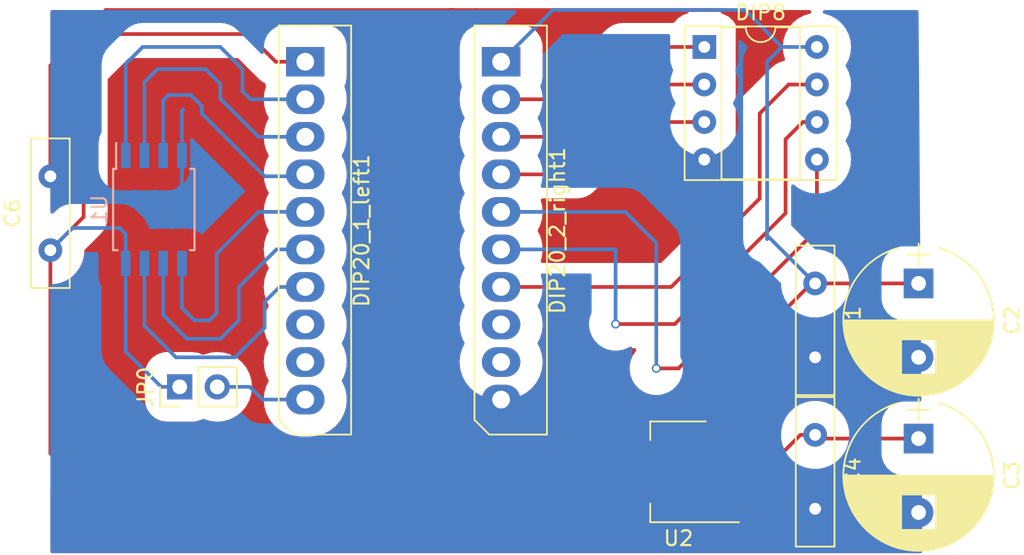
<source format=kicad_pcb>
(kicad_pcb (version 4) (host pcbnew 4.0.7)

  (general
    (links 32)
    (no_connects 0)
    (area 111.215 80.445 180.885 118.325001)
    (thickness 1.6)
    (drawings 0)
    (tracks 162)
    (zones 0)
    (modules 11)
    (nets 17)
  )

  (page A4)
  (layers
    (0 F.Cu signal)
    (31 B.Cu signal)
    (32 B.Adhes user)
    (33 F.Adhes user)
    (34 B.Paste user)
    (35 F.Paste user)
    (36 B.SilkS user)
    (37 F.SilkS user)
    (38 B.Mask user)
    (39 F.Mask user)
    (40 Dwgs.User user)
    (41 Cmts.User user)
    (42 Eco1.User user)
    (43 Eco2.User user)
    (44 Edge.Cuts user)
    (45 Margin user)
    (46 B.CrtYd user)
    (47 F.CrtYd user)
    (48 B.Fab user)
    (49 F.Fab user)
  )

  (setup
    (last_trace_width 0.25)
    (trace_clearance 0.2)
    (zone_clearance 1.5)
    (zone_45_only yes)
    (trace_min 0.2)
    (segment_width 0.2)
    (edge_width 0.1)
    (via_size 0.6)
    (via_drill 0.4)
    (via_min_size 0.4)
    (via_min_drill 0.3)
    (uvia_size 0.3)
    (uvia_drill 0.1)
    (uvias_allowed no)
    (uvia_min_size 0.2)
    (uvia_min_drill 0.1)
    (pcb_text_width 0.3)
    (pcb_text_size 1.5 1.5)
    (mod_edge_width 0.15)
    (mod_text_size 1 1)
    (mod_text_width 0.15)
    (pad_size 1.5 1.5)
    (pad_drill 0.6)
    (pad_to_mask_clearance 0)
    (aux_axis_origin 0 0)
    (visible_elements FFFFFF7F)
    (pcbplotparams
      (layerselection 0x00030_80000001)
      (usegerberextensions false)
      (excludeedgelayer true)
      (linewidth 1.000000)
      (plotframeref false)
      (viasonmask false)
      (mode 1)
      (useauxorigin false)
      (hpglpennumber 1)
      (hpglpenspeed 20)
      (hpglpendiameter 15)
      (hpglpenoverlay 2)
      (psnegative false)
      (psa4output false)
      (plotreference true)
      (plotvalue true)
      (plotinvisibletext false)
      (padsonsilk false)
      (subtractmaskfromsilk false)
      (outputformat 1)
      (mirror false)
      (drillshape 1)
      (scaleselection 1)
      (outputdirectory ""))
  )

  (net 0 "")
  (net 1 "Net-(1V8_IN1-Pad1)")
  (net 2 "Net-(1V8_IN2-Pad1)")
  (net 3 "Net-(1V8_IN3-Pad1)")
  (net 4 "Net-(1V8_IN4-Pad1)")
  (net 5 "Net-(1V8_IN5-Pad1)")
  (net 6 "Net-(1V8_IN6-Pad1)")
  (net 7 "Net-(1V8_IN7-Pad1)")
  (net 8 "Net-(1V8_IN8-Pad1)")
  (net 9 "Net-(C1-Pad1)")
  (net 10 "Net-(DIP20_2_right1-Pad2)")
  (net 11 "Net-(DIP20_2_right1-Pad5)")
  (net 12 "Net-(DIP20_2_right1-Pad3)")
  (net 13 "Net-(DIP20_2_right1-Pad6)")
  (net 14 "Net-(DIP20_2_right1-Pad4)")
  (net 15 "Net-(DIP20_2_right1-Pad7)")
  (net 16 "Net-(DIP20_1_left1-Pad10)")

  (net_class Default "This is the default net class."
    (clearance 0.2)
    (trace_width 0.25)
    (via_dia 0.6)
    (via_drill 0.4)
    (uvia_dia 0.3)
    (uvia_drill 0.1)
    (add_net "Net-(1V8_IN1-Pad1)")
    (add_net "Net-(1V8_IN2-Pad1)")
    (add_net "Net-(1V8_IN3-Pad1)")
    (add_net "Net-(1V8_IN4-Pad1)")
    (add_net "Net-(1V8_IN5-Pad1)")
    (add_net "Net-(1V8_IN6-Pad1)")
    (add_net "Net-(1V8_IN7-Pad1)")
    (add_net "Net-(1V8_IN8-Pad1)")
    (add_net "Net-(C1-Pad1)")
    (add_net "Net-(DIP20_1_left1-Pad10)")
    (add_net "Net-(DIP20_2_right1-Pad2)")
    (add_net "Net-(DIP20_2_right1-Pad3)")
    (add_net "Net-(DIP20_2_right1-Pad4)")
    (add_net "Net-(DIP20_2_right1-Pad5)")
    (add_net "Net-(DIP20_2_right1-Pad6)")
    (add_net "Net-(DIP20_2_right1-Pad7)")
  )

  (module Housings_DIP:DIP-8_W7.62mm_Socket (layer F.Cu) (tedit 59C78D6B) (tstamp 5ABE8555)
    (at 159 83.75)
    (descr "8-lead though-hole mounted DIP package, row spacing 7.62 mm (300 mils), Socket")
    (tags "THT DIP DIL PDIP 2.54mm 7.62mm 300mil Socket")
    (path /5ABEBE9C)
    (fp_text reference DIP8 (at 3.81 -2.33) (layer F.SilkS)
      (effects (font (size 1 1) (thickness 0.15)))
    )
    (fp_text value connector_to_programmer (at 3.81 9.95) (layer F.Fab)
      (effects (font (size 1 1) (thickness 0.15)))
    )
    (fp_arc (start 3.81 -1.33) (end 2.81 -1.33) (angle -180) (layer F.SilkS) (width 0.12))
    (fp_line (start 1.635 -1.27) (end 6.985 -1.27) (layer F.Fab) (width 0.1))
    (fp_line (start 6.985 -1.27) (end 6.985 8.89) (layer F.Fab) (width 0.1))
    (fp_line (start 6.985 8.89) (end 0.635 8.89) (layer F.Fab) (width 0.1))
    (fp_line (start 0.635 8.89) (end 0.635 -0.27) (layer F.Fab) (width 0.1))
    (fp_line (start 0.635 -0.27) (end 1.635 -1.27) (layer F.Fab) (width 0.1))
    (fp_line (start -1.27 -1.33) (end -1.27 8.95) (layer F.Fab) (width 0.1))
    (fp_line (start -1.27 8.95) (end 8.89 8.95) (layer F.Fab) (width 0.1))
    (fp_line (start 8.89 8.95) (end 8.89 -1.33) (layer F.Fab) (width 0.1))
    (fp_line (start 8.89 -1.33) (end -1.27 -1.33) (layer F.Fab) (width 0.1))
    (fp_line (start 2.81 -1.33) (end 1.16 -1.33) (layer F.SilkS) (width 0.12))
    (fp_line (start 1.16 -1.33) (end 1.16 8.95) (layer F.SilkS) (width 0.12))
    (fp_line (start 1.16 8.95) (end 6.46 8.95) (layer F.SilkS) (width 0.12))
    (fp_line (start 6.46 8.95) (end 6.46 -1.33) (layer F.SilkS) (width 0.12))
    (fp_line (start 6.46 -1.33) (end 4.81 -1.33) (layer F.SilkS) (width 0.12))
    (fp_line (start -1.33 -1.39) (end -1.33 9.01) (layer F.SilkS) (width 0.12))
    (fp_line (start -1.33 9.01) (end 8.95 9.01) (layer F.SilkS) (width 0.12))
    (fp_line (start 8.95 9.01) (end 8.95 -1.39) (layer F.SilkS) (width 0.12))
    (fp_line (start 8.95 -1.39) (end -1.33 -1.39) (layer F.SilkS) (width 0.12))
    (fp_line (start -1.55 -1.6) (end -1.55 9.2) (layer F.CrtYd) (width 0.05))
    (fp_line (start -1.55 9.2) (end 9.15 9.2) (layer F.CrtYd) (width 0.05))
    (fp_line (start 9.15 9.2) (end 9.15 -1.6) (layer F.CrtYd) (width 0.05))
    (fp_line (start 9.15 -1.6) (end -1.55 -1.6) (layer F.CrtYd) (width 0.05))
    (fp_text user %R (at 3.81 3.81) (layer F.Fab)
      (effects (font (size 1 1) (thickness 0.15)))
    )
    (pad 1 thru_hole rect (at 0 0) (size 1.6 1.6) (drill 0.8) (layers *.Cu *.Mask)
      (net 10 "Net-(DIP20_2_right1-Pad2)"))
    (pad 5 thru_hole oval (at 7.62 7.62) (size 1.6 1.6) (drill 0.8) (layers *.Cu *.Mask)
      (net 11 "Net-(DIP20_2_right1-Pad5)"))
    (pad 2 thru_hole oval (at 0 2.54) (size 1.6 1.6) (drill 0.8) (layers *.Cu *.Mask)
      (net 12 "Net-(DIP20_2_right1-Pad3)"))
    (pad 6 thru_hole oval (at 7.62 5.08) (size 1.6 1.6) (drill 0.8) (layers *.Cu *.Mask)
      (net 13 "Net-(DIP20_2_right1-Pad6)"))
    (pad 3 thru_hole oval (at 0 5.08) (size 1.6 1.6) (drill 0.8) (layers *.Cu *.Mask)
      (net 14 "Net-(DIP20_2_right1-Pad4)"))
    (pad 7 thru_hole oval (at 7.62 2.54) (size 1.6 1.6) (drill 0.8) (layers *.Cu *.Mask)
      (net 15 "Net-(DIP20_2_right1-Pad7)"))
    (pad 4 thru_hole oval (at 0 7.62) (size 1.6 1.6) (drill 0.8) (layers *.Cu *.Mask)
      (net 4 "Net-(1V8_IN4-Pad1)"))
    (pad 8 thru_hole oval (at 7.62 0) (size 1.6 1.6) (drill 0.8) (layers *.Cu *.Mask)
      (net 9 "Net-(C1-Pad1)"))
    (model ${KISYS3DMOD}/Housings_DIP.3dshapes/DIP-8_W7.62mm_Socket.wrl
      (at (xyz 0 0 0))
      (scale (xyz 1 1 1))
      (rotate (xyz 0 0 0))
    )
  )

  (module Connectors_Molex:Molex_SPOX-5267_22-03-5105_10x2.54mm_Straight (layer F.Cu) (tedit 588F22AE) (tstamp 5ABE8571)
    (at 132 84.75 270)
    (descr "Connector Headers with Friction Lock, 22-03-5105, http://www.molex.com/pdm_docs/ps/PS-5264-001-001.pdf")
    (tags "connector molex SPOX 5267 22-03-5105")
    (path /5ABEBD6D)
    (fp_text reference DIP20_1_left1 (at 11.43 -3.81 270) (layer F.SilkS)
      (effects (font (size 1 1) (thickness 0.15)))
    )
    (fp_text value connector_to_TXS0108E_1V8 (at 11.43 2.54 270) (layer F.Fab)
      (effects (font (size 1 1) (thickness 0.15)))
    )
    (fp_line (start 24.23 1.8) (end 25.23 0.8) (layer F.SilkS) (width 0.12))
    (fp_line (start -2.45 -3.1) (end -2.45 1.8) (layer F.SilkS) (width 0.12))
    (fp_line (start -2.45 1.8) (end 24.23 1.8) (layer F.SilkS) (width 0.12))
    (fp_line (start 25.23 0.8) (end 25.23 -3.1) (layer F.SilkS) (width 0.12))
    (fp_line (start 25.23 -3.1) (end -2.45 -3.1) (layer F.SilkS) (width 0.12))
    (fp_line (start -2.5 1.85) (end -2.5 -3.15) (layer F.CrtYd) (width 0.05))
    (fp_line (start -2.5 -3.15) (end 25.28 -3.15) (layer F.CrtYd) (width 0.05))
    (fp_line (start 25.28 -3.15) (end 25.28 1.85) (layer F.CrtYd) (width 0.05))
    (fp_line (start 25.28 1.85) (end -2.5 1.85) (layer F.CrtYd) (width 0.05))
    (fp_line (start 25.13 -3) (end -2.35 -3) (layer F.Fab) (width 0.1))
    (fp_line (start 25.13 0.7) (end 25.13 -3) (layer F.Fab) (width 0.1))
    (fp_line (start 24.13 1.7) (end 25.13 0.7) (layer F.Fab) (width 0.1))
    (fp_line (start -2.35 1.7) (end 24.13 1.7) (layer F.Fab) (width 0.1))
    (fp_line (start -2.35 -3) (end -2.35 1.7) (layer F.Fab) (width 0.1))
    (pad 1 thru_hole rect (at 0 0 270) (size 2 2.6) (drill 1.2) (layers *.Cu *.Mask)
      (net 8 "Net-(1V8_IN8-Pad1)"))
    (pad 2 thru_hole oval (at 2.54 0 270) (size 2 2.6) (drill 1.2) (layers *.Cu *.Mask)
      (net 1 "Net-(1V8_IN1-Pad1)"))
    (pad 3 thru_hole oval (at 5.08 0 270) (size 2 2.6) (drill 1.2) (layers *.Cu *.Mask)
      (net 2 "Net-(1V8_IN2-Pad1)"))
    (pad 4 thru_hole oval (at 7.62 0 270) (size 2 2.6) (drill 1.2) (layers *.Cu *.Mask)
      (net 3 "Net-(1V8_IN3-Pad1)"))
    (pad 5 thru_hole oval (at 10.16 0 270) (size 2 2.6) (drill 1.2) (layers *.Cu *.Mask)
      (net 5 "Net-(1V8_IN5-Pad1)"))
    (pad 6 thru_hole oval (at 12.7 0 270) (size 2 2.6) (drill 1.2) (layers *.Cu *.Mask)
      (net 6 "Net-(1V8_IN6-Pad1)"))
    (pad 7 thru_hole oval (at 15.24 0 270) (size 2 2.6) (drill 1.2) (layers *.Cu *.Mask)
      (net 7 "Net-(1V8_IN7-Pad1)"))
    (pad 8 thru_hole oval (at 17.78 0 270) (size 2 2.6) (drill 1.2) (layers *.Cu *.Mask))
    (pad 9 thru_hole oval (at 20.32 0 270) (size 2 2.6) (drill 1.2) (layers *.Cu *.Mask))
    (pad 10 thru_hole oval (at 22.86 0 270) (size 2 2.6) (drill 1.2) (layers *.Cu *.Mask)
      (net 16 "Net-(DIP20_1_left1-Pad10)"))
    (model ${KISYS3DMOD}/Connectors_Molex.3dshapes/Molex_SPOX-5267_22-03-5105_10x2.54mm_Straight.wrl
      (at (xyz 0.45 0.023622 0.114173))
      (scale (xyz 1 1 1))
      (rotate (xyz -90 0 180))
    )
  )

  (module Connectors_Molex:Molex_SPOX-5267_22-03-5105_10x2.54mm_Straight (layer F.Cu) (tedit 588F22AE) (tstamp 5ABE858D)
    (at 145.25 84.75 270)
    (descr "Connector Headers with Friction Lock, 22-03-5105, http://www.molex.com/pdm_docs/ps/PS-5264-001-001.pdf")
    (tags "connector molex SPOX 5267 22-03-5105")
    (path /5ABEAD68)
    (fp_text reference DIP20_2_right1 (at 11.43 -3.81 270) (layer F.SilkS)
      (effects (font (size 1 1) (thickness 0.15)))
    )
    (fp_text value connector_to_TXS0108E_3V3 (at 11.43 2.54 270) (layer F.Fab)
      (effects (font (size 1 1) (thickness 0.15)))
    )
    (fp_line (start 24.23 1.8) (end 25.23 0.8) (layer F.SilkS) (width 0.12))
    (fp_line (start -2.45 -3.1) (end -2.45 1.8) (layer F.SilkS) (width 0.12))
    (fp_line (start -2.45 1.8) (end 24.23 1.8) (layer F.SilkS) (width 0.12))
    (fp_line (start 25.23 0.8) (end 25.23 -3.1) (layer F.SilkS) (width 0.12))
    (fp_line (start 25.23 -3.1) (end -2.45 -3.1) (layer F.SilkS) (width 0.12))
    (fp_line (start -2.5 1.85) (end -2.5 -3.15) (layer F.CrtYd) (width 0.05))
    (fp_line (start -2.5 -3.15) (end 25.28 -3.15) (layer F.CrtYd) (width 0.05))
    (fp_line (start 25.28 -3.15) (end 25.28 1.85) (layer F.CrtYd) (width 0.05))
    (fp_line (start 25.28 1.85) (end -2.5 1.85) (layer F.CrtYd) (width 0.05))
    (fp_line (start 25.13 -3) (end -2.35 -3) (layer F.Fab) (width 0.1))
    (fp_line (start 25.13 0.7) (end 25.13 -3) (layer F.Fab) (width 0.1))
    (fp_line (start 24.13 1.7) (end 25.13 0.7) (layer F.Fab) (width 0.1))
    (fp_line (start -2.35 1.7) (end 24.13 1.7) (layer F.Fab) (width 0.1))
    (fp_line (start -2.35 -3) (end -2.35 1.7) (layer F.Fab) (width 0.1))
    (pad 1 thru_hole rect (at 0 0 270) (size 2 2.6) (drill 1.2) (layers *.Cu *.Mask)
      (net 9 "Net-(C1-Pad1)"))
    (pad 2 thru_hole oval (at 2.54 0 270) (size 2 2.6) (drill 1.2) (layers *.Cu *.Mask)
      (net 10 "Net-(DIP20_2_right1-Pad2)"))
    (pad 3 thru_hole oval (at 5.08 0 270) (size 2 2.6) (drill 1.2) (layers *.Cu *.Mask)
      (net 12 "Net-(DIP20_2_right1-Pad3)"))
    (pad 4 thru_hole oval (at 7.62 0 270) (size 2 2.6) (drill 1.2) (layers *.Cu *.Mask)
      (net 14 "Net-(DIP20_2_right1-Pad4)"))
    (pad 5 thru_hole oval (at 10.16 0 270) (size 2 2.6) (drill 1.2) (layers *.Cu *.Mask)
      (net 11 "Net-(DIP20_2_right1-Pad5)"))
    (pad 6 thru_hole oval (at 12.7 0 270) (size 2 2.6) (drill 1.2) (layers *.Cu *.Mask)
      (net 13 "Net-(DIP20_2_right1-Pad6)"))
    (pad 7 thru_hole oval (at 15.24 0 270) (size 2 2.6) (drill 1.2) (layers *.Cu *.Mask)
      (net 15 "Net-(DIP20_2_right1-Pad7)"))
    (pad 8 thru_hole oval (at 17.78 0 270) (size 2 2.6) (drill 1.2) (layers *.Cu *.Mask))
    (pad 9 thru_hole oval (at 20.32 0 270) (size 2 2.6) (drill 1.2) (layers *.Cu *.Mask))
    (pad 10 thru_hole oval (at 22.86 0 270) (size 2 2.6) (drill 1.2) (layers *.Cu *.Mask)
      (net 4 "Net-(1V8_IN4-Pad1)"))
    (model ${KISYS3DMOD}/Connectors_Molex.3dshapes/Molex_SPOX-5267_22-03-5105_10x2.54mm_Straight.wrl
      (at (xyz 0.45 0.023622 0.114173))
      (scale (xyz 1 1 1))
      (rotate (xyz -90 0 180))
    )
  )

  (module Housings_SOIC:SOIJ-8_5.3x5.3mm_Pitch1.27mm (layer B.Cu) (tedit 58CC8F64) (tstamp 5ABE85D6)
    (at 121.75 94.75 270)
    (descr "8-Lead Plastic Small Outline (SM) - Medium, 5.28 mm Body [SOIC] (see Microchip Packaging Specification 00000049BS.pdf)")
    (tags "SOIC 1.27")
    (path /5AAC5049)
    (attr smd)
    (fp_text reference U1 (at 0 3.68 270) (layer B.SilkS)
      (effects (font (size 1 1) (thickness 0.15)) (justify mirror))
    )
    (fp_text value 25LC_EEPROM (at 0 -3.68 270) (layer B.Fab)
      (effects (font (size 1 1) (thickness 0.15)) (justify mirror))
    )
    (fp_text user %R (at 0 0 270) (layer B.Fab)
      (effects (font (size 1 1) (thickness 0.15)) (justify mirror))
    )
    (fp_line (start -1.65 2.65) (end 2.65 2.65) (layer B.Fab) (width 0.15))
    (fp_line (start 2.65 2.65) (end 2.65 -2.65) (layer B.Fab) (width 0.15))
    (fp_line (start 2.65 -2.65) (end -2.65 -2.65) (layer B.Fab) (width 0.15))
    (fp_line (start -2.65 -2.65) (end -2.65 1.65) (layer B.Fab) (width 0.15))
    (fp_line (start -2.65 1.65) (end -1.65 2.65) (layer B.Fab) (width 0.15))
    (fp_line (start -4.75 2.95) (end -4.75 -2.95) (layer B.CrtYd) (width 0.05))
    (fp_line (start 4.75 2.95) (end 4.75 -2.95) (layer B.CrtYd) (width 0.05))
    (fp_line (start -4.75 2.95) (end 4.75 2.95) (layer B.CrtYd) (width 0.05))
    (fp_line (start -4.75 -2.95) (end 4.75 -2.95) (layer B.CrtYd) (width 0.05))
    (fp_line (start -2.75 2.755) (end -2.75 2.55) (layer B.SilkS) (width 0.15))
    (fp_line (start 2.75 2.755) (end 2.75 2.455) (layer B.SilkS) (width 0.15))
    (fp_line (start 2.75 -2.755) (end 2.75 -2.455) (layer B.SilkS) (width 0.15))
    (fp_line (start -2.75 -2.755) (end -2.75 -2.455) (layer B.SilkS) (width 0.15))
    (fp_line (start -2.75 2.755) (end 2.75 2.755) (layer B.SilkS) (width 0.15))
    (fp_line (start -2.75 -2.755) (end 2.75 -2.755) (layer B.SilkS) (width 0.15))
    (fp_line (start -2.75 2.55) (end -4.5 2.55) (layer B.SilkS) (width 0.15))
    (pad 1 smd rect (at -3.65 1.905 270) (size 1.7 0.65) (layers B.Cu B.Paste B.Mask)
      (net 1 "Net-(1V8_IN1-Pad1)"))
    (pad 2 smd rect (at -3.65 0.635 270) (size 1.7 0.65) (layers B.Cu B.Paste B.Mask)
      (net 2 "Net-(1V8_IN2-Pad1)"))
    (pad 3 smd rect (at -3.65 -0.635 270) (size 1.7 0.65) (layers B.Cu B.Paste B.Mask)
      (net 3 "Net-(1V8_IN3-Pad1)"))
    (pad 4 smd rect (at -3.65 -1.905 270) (size 1.7 0.65) (layers B.Cu B.Paste B.Mask)
      (net 4 "Net-(1V8_IN4-Pad1)"))
    (pad 5 smd rect (at 3.65 -1.905 270) (size 1.7 0.65) (layers B.Cu B.Paste B.Mask)
      (net 5 "Net-(1V8_IN5-Pad1)"))
    (pad 6 smd rect (at 3.65 -0.635 270) (size 1.7 0.65) (layers B.Cu B.Paste B.Mask)
      (net 6 "Net-(1V8_IN6-Pad1)"))
    (pad 7 smd rect (at 3.65 0.635 270) (size 1.7 0.65) (layers B.Cu B.Paste B.Mask)
      (net 7 "Net-(1V8_IN7-Pad1)"))
    (pad 8 smd rect (at 3.65 1.905 270) (size 1.7 0.65) (layers B.Cu B.Paste B.Mask)
      (net 8 "Net-(1V8_IN8-Pad1)"))
    (model ${KISYS3DMOD}/Housings_SOIC.3dshapes/SOIJ-8_5.3x5.3mm_Pitch1.27mm.wrl
      (at (xyz 0 0 0))
      (scale (xyz 1 1 1))
      (rotate (xyz 0 0 0))
    )
  )

  (module TO_SOT_Packages_SMD:SOT-223-3_TabPin2 (layer F.Cu) (tedit 5AC1CEAD) (tstamp 5ABE85EC)
    (at 157.25 112.5 180)
    (descr "module CMS SOT223 4 pins")
    (tags "CMS SOT")
    (path /5AB93D6E)
    (attr smd)
    (fp_text reference U2 (at 0 -4.5 180) (layer F.SilkS)
      (effects (font (size 1 1) (thickness 0.15)))
    )
    (fp_text value LD1117S18TR_SOT223 (at 0 4.5 180) (layer F.Fab)
      (effects (font (size 1 1) (thickness 0.15)))
    )
    (fp_text user %R (at 0 0 450) (layer F.Fab)
      (effects (font (size 0.8 0.8) (thickness 0.12)))
    )
    (fp_line (start 1.91 3.41) (end 1.91 2.15) (layer F.SilkS) (width 0.12))
    (fp_line (start 1.91 -3.41) (end 1.91 -2.15) (layer F.SilkS) (width 0.12))
    (fp_line (start 4.4 -3.6) (end -4.4 -3.6) (layer F.CrtYd) (width 0.05))
    (fp_line (start 4.4 3.6) (end 4.4 -3.6) (layer F.CrtYd) (width 0.05))
    (fp_line (start -4.4 3.6) (end 4.4 3.6) (layer F.CrtYd) (width 0.05))
    (fp_line (start -4.4 -3.6) (end -4.4 3.6) (layer F.CrtYd) (width 0.05))
    (fp_line (start -1.85 -2.35) (end -0.85 -3.35) (layer F.Fab) (width 0.1))
    (fp_line (start -1.85 -2.35) (end -1.85 3.35) (layer F.Fab) (width 0.1))
    (fp_line (start -1.85 3.41) (end 1.91 3.41) (layer F.SilkS) (width 0.12))
    (fp_line (start -0.85 -3.35) (end 1.85 -3.35) (layer F.Fab) (width 0.1))
    (fp_line (start -4.1 -3.41) (end 1.91 -3.41) (layer F.SilkS) (width 0.12))
    (fp_line (start -1.85 3.35) (end 1.85 3.35) (layer F.Fab) (width 0.1))
    (fp_line (start 1.85 -3.35) (end 1.85 3.35) (layer F.Fab) (width 0.1))
    (pad 2 smd rect (at 3.15 0 180) (size 2 3.8) (layers F.Cu F.Paste F.Mask)
      (net 8 "Net-(1V8_IN8-Pad1)"))
    (pad 2 smd rect (at -3.15 0 180) (size 2 1.5) (layers F.Cu F.Paste F.Mask)
      (net 8 "Net-(1V8_IN8-Pad1)"))
    (pad 3 smd rect (at -3.15 2.3 180) (size 2 1.5) (layers F.Cu F.Paste F.Mask)
      (net 9 "Net-(C1-Pad1)"))
    (pad 1 smd rect (at -3.15 -2.3 180) (size 2 1.5) (layers F.Cu F.Paste F.Mask)
      (net 4 "Net-(1V8_IN4-Pad1)"))
    (model ${KISYS3DMOD}/TO_SOT_Packages_SMD.3dshapes/SOT-223.wrl
      (at (xyz 0 0 0))
      (scale (xyz 1 1 1))
      (rotate (xyz 0 0 0))
    )
  )

  (module Capacitors_THT:C_Disc_D10.0mm_W2.5mm_P5.00mm (layer F.Cu) (tedit 5AC1CCBA) (tstamp 5ABE9E5D)
    (at 166.5 99.75 270)
    (descr "C, Disc series, Radial, pin pitch=5.00mm, , diameter*width=10*2.5mm^2, Capacitor, http://cdn-reichelt.de/documents/datenblatt/B300/DS_KERKO_TC.pdf")
    (tags "C Disc series Radial pin pitch 5.00mm  diameter 10mm width 2.5mm Capacitor")
    (path /5ABA76C2)
    (fp_text reference C1 (at 2.5 -2.56 270) (layer F.SilkS)
      (effects (font (size 1 1) (thickness 0.15)))
    )
    (fp_text value 104 (at 2.5 2.56 360) (layer F.Fab)
      (effects (font (size 1 1) (thickness 0.15)))
    )
    (fp_line (start -2.5 -1.25) (end -2.5 1.25) (layer F.Fab) (width 0.1))
    (fp_line (start -2.5 1.25) (end 7.5 1.25) (layer F.Fab) (width 0.1))
    (fp_line (start 7.5 1.25) (end 7.5 -1.25) (layer F.Fab) (width 0.1))
    (fp_line (start 7.5 -1.25) (end -2.5 -1.25) (layer F.Fab) (width 0.1))
    (fp_line (start -2.56 -1.31) (end 7.56 -1.31) (layer F.SilkS) (width 0.12))
    (fp_line (start -2.56 1.31) (end 7.56 1.31) (layer F.SilkS) (width 0.12))
    (fp_line (start -2.56 -1.31) (end -2.56 1.31) (layer F.SilkS) (width 0.12))
    (fp_line (start 7.56 -1.31) (end 7.56 1.31) (layer F.SilkS) (width 0.12))
    (fp_line (start -2.85 -1.6) (end -2.85 1.6) (layer F.CrtYd) (width 0.05))
    (fp_line (start -2.85 1.6) (end 7.85 1.6) (layer F.CrtYd) (width 0.05))
    (fp_line (start 7.85 1.6) (end 7.85 -1.6) (layer F.CrtYd) (width 0.05))
    (fp_line (start 7.85 -1.6) (end -2.85 -1.6) (layer F.CrtYd) (width 0.05))
    (fp_text user %R (at 2.5 0 450) (layer F.Fab)
      (effects (font (size 1 1) (thickness 0.15)))
    )
    (pad 1 thru_hole circle (at 0 0 270) (size 1.6 1.6) (drill 0.8) (layers *.Cu *.Mask)
      (net 9 "Net-(C1-Pad1)"))
    (pad 2 thru_hole circle (at 5 0 270) (size 1.6 1.6) (drill 0.8) (layers *.Cu *.Mask)
      (net 4 "Net-(1V8_IN4-Pad1)"))
    (model ${KISYS3DMOD}/Capacitors_THT.3dshapes/C_Disc_D10.0mm_W2.5mm_P5.00mm.wrl
      (at (xyz 0 0 0))
      (scale (xyz 1 1 1))
      (rotate (xyz 0 0 0))
    )
  )

  (module Capacitors_THT:CP_Radial_D10.0mm_P5.00mm (layer F.Cu) (tedit 5ABEAAF4) (tstamp 5ABE9E6F)
    (at 173.5 99.75 270)
    (descr "CP, Radial series, Radial, pin pitch=5.00mm, , diameter=10mm, Electrolytic Capacitor")
    (tags "CP Radial series Radial pin pitch 5.00mm  diameter 10mm Electrolytic Capacitor")
    (path /5ABAF60A)
    (fp_text reference C2 (at 2.5 -6.31 270) (layer F.SilkS)
      (effects (font (size 1 1) (thickness 0.15)))
    )
    (fp_text value 10uF (at 2.5 6.31 450) (layer F.Fab)
      (effects (font (size 1 1) (thickness 0.15)))
    )
    (fp_arc (start 2.5 0) (end -2.399357 -1.38) (angle 148.5) (layer F.SilkS) (width 0.12))
    (fp_arc (start 2.5 0) (end -2.399357 1.38) (angle -148.5) (layer F.SilkS) (width 0.12))
    (fp_arc (start 2.5 0) (end 7.399357 -1.38) (angle 31.5) (layer F.SilkS) (width 0.12))
    (fp_circle (center 2.5 0) (end 7.5 0) (layer F.Fab) (width 0.1))
    (fp_line (start -2.7 0) (end -1.2 0) (layer F.Fab) (width 0.1))
    (fp_line (start -1.95 -0.75) (end -1.95 0.75) (layer F.Fab) (width 0.1))
    (fp_line (start 2.5 -5.05) (end 2.5 5.05) (layer F.SilkS) (width 0.12))
    (fp_line (start 2.54 -5.05) (end 2.54 5.05) (layer F.SilkS) (width 0.12))
    (fp_line (start 2.58 -5.05) (end 2.58 5.05) (layer F.SilkS) (width 0.12))
    (fp_line (start 2.62 -5.049) (end 2.62 5.049) (layer F.SilkS) (width 0.12))
    (fp_line (start 2.66 -5.048) (end 2.66 5.048) (layer F.SilkS) (width 0.12))
    (fp_line (start 2.7 -5.047) (end 2.7 5.047) (layer F.SilkS) (width 0.12))
    (fp_line (start 2.74 -5.045) (end 2.74 5.045) (layer F.SilkS) (width 0.12))
    (fp_line (start 2.78 -5.043) (end 2.78 5.043) (layer F.SilkS) (width 0.12))
    (fp_line (start 2.82 -5.04) (end 2.82 5.04) (layer F.SilkS) (width 0.12))
    (fp_line (start 2.86 -5.038) (end 2.86 5.038) (layer F.SilkS) (width 0.12))
    (fp_line (start 2.9 -5.035) (end 2.9 5.035) (layer F.SilkS) (width 0.12))
    (fp_line (start 2.94 -5.031) (end 2.94 5.031) (layer F.SilkS) (width 0.12))
    (fp_line (start 2.98 -5.028) (end 2.98 5.028) (layer F.SilkS) (width 0.12))
    (fp_line (start 3.02 -5.024) (end 3.02 5.024) (layer F.SilkS) (width 0.12))
    (fp_line (start 3.06 -5.02) (end 3.06 5.02) (layer F.SilkS) (width 0.12))
    (fp_line (start 3.1 -5.015) (end 3.1 5.015) (layer F.SilkS) (width 0.12))
    (fp_line (start 3.14 -5.01) (end 3.14 5.01) (layer F.SilkS) (width 0.12))
    (fp_line (start 3.18 -5.005) (end 3.18 5.005) (layer F.SilkS) (width 0.12))
    (fp_line (start 3.221 -4.999) (end 3.221 4.999) (layer F.SilkS) (width 0.12))
    (fp_line (start 3.261 -4.993) (end 3.261 4.993) (layer F.SilkS) (width 0.12))
    (fp_line (start 3.301 -4.987) (end 3.301 4.987) (layer F.SilkS) (width 0.12))
    (fp_line (start 3.341 -4.981) (end 3.341 4.981) (layer F.SilkS) (width 0.12))
    (fp_line (start 3.381 -4.974) (end 3.381 4.974) (layer F.SilkS) (width 0.12))
    (fp_line (start 3.421 -4.967) (end 3.421 4.967) (layer F.SilkS) (width 0.12))
    (fp_line (start 3.461 -4.959) (end 3.461 4.959) (layer F.SilkS) (width 0.12))
    (fp_line (start 3.501 -4.951) (end 3.501 4.951) (layer F.SilkS) (width 0.12))
    (fp_line (start 3.541 -4.943) (end 3.541 4.943) (layer F.SilkS) (width 0.12))
    (fp_line (start 3.581 -4.935) (end 3.581 4.935) (layer F.SilkS) (width 0.12))
    (fp_line (start 3.621 -4.926) (end 3.621 4.926) (layer F.SilkS) (width 0.12))
    (fp_line (start 3.661 -4.917) (end 3.661 4.917) (layer F.SilkS) (width 0.12))
    (fp_line (start 3.701 -4.907) (end 3.701 4.907) (layer F.SilkS) (width 0.12))
    (fp_line (start 3.741 -4.897) (end 3.741 4.897) (layer F.SilkS) (width 0.12))
    (fp_line (start 3.781 -4.887) (end 3.781 4.887) (layer F.SilkS) (width 0.12))
    (fp_line (start 3.821 -4.876) (end 3.821 -1.181) (layer F.SilkS) (width 0.12))
    (fp_line (start 3.821 1.181) (end 3.821 4.876) (layer F.SilkS) (width 0.12))
    (fp_line (start 3.861 -4.865) (end 3.861 -1.181) (layer F.SilkS) (width 0.12))
    (fp_line (start 3.861 1.181) (end 3.861 4.865) (layer F.SilkS) (width 0.12))
    (fp_line (start 3.901 -4.854) (end 3.901 -1.181) (layer F.SilkS) (width 0.12))
    (fp_line (start 3.901 1.181) (end 3.901 4.854) (layer F.SilkS) (width 0.12))
    (fp_line (start 3.941 -4.843) (end 3.941 -1.181) (layer F.SilkS) (width 0.12))
    (fp_line (start 3.941 1.181) (end 3.941 4.843) (layer F.SilkS) (width 0.12))
    (fp_line (start 3.981 -4.831) (end 3.981 -1.181) (layer F.SilkS) (width 0.12))
    (fp_line (start 3.981 1.181) (end 3.981 4.831) (layer F.SilkS) (width 0.12))
    (fp_line (start 4.021 -4.818) (end 4.021 -1.181) (layer F.SilkS) (width 0.12))
    (fp_line (start 4.021 1.181) (end 4.021 4.818) (layer F.SilkS) (width 0.12))
    (fp_line (start 4.061 -4.806) (end 4.061 -1.181) (layer F.SilkS) (width 0.12))
    (fp_line (start 4.061 1.181) (end 4.061 4.806) (layer F.SilkS) (width 0.12))
    (fp_line (start 4.101 -4.792) (end 4.101 -1.181) (layer F.SilkS) (width 0.12))
    (fp_line (start 4.101 1.181) (end 4.101 4.792) (layer F.SilkS) (width 0.12))
    (fp_line (start 4.141 -4.779) (end 4.141 -1.181) (layer F.SilkS) (width 0.12))
    (fp_line (start 4.141 1.181) (end 4.141 4.779) (layer F.SilkS) (width 0.12))
    (fp_line (start 4.181 -4.765) (end 4.181 -1.181) (layer F.SilkS) (width 0.12))
    (fp_line (start 4.181 1.181) (end 4.181 4.765) (layer F.SilkS) (width 0.12))
    (fp_line (start 4.221 -4.751) (end 4.221 -1.181) (layer F.SilkS) (width 0.12))
    (fp_line (start 4.221 1.181) (end 4.221 4.751) (layer F.SilkS) (width 0.12))
    (fp_line (start 4.261 -4.737) (end 4.261 -1.181) (layer F.SilkS) (width 0.12))
    (fp_line (start 4.261 1.181) (end 4.261 4.737) (layer F.SilkS) (width 0.12))
    (fp_line (start 4.301 -4.722) (end 4.301 -1.181) (layer F.SilkS) (width 0.12))
    (fp_line (start 4.301 1.181) (end 4.301 4.722) (layer F.SilkS) (width 0.12))
    (fp_line (start 4.341 -4.706) (end 4.341 -1.181) (layer F.SilkS) (width 0.12))
    (fp_line (start 4.341 1.181) (end 4.341 4.706) (layer F.SilkS) (width 0.12))
    (fp_line (start 4.381 -4.691) (end 4.381 -1.181) (layer F.SilkS) (width 0.12))
    (fp_line (start 4.381 1.181) (end 4.381 4.691) (layer F.SilkS) (width 0.12))
    (fp_line (start 4.421 -4.674) (end 4.421 -1.181) (layer F.SilkS) (width 0.12))
    (fp_line (start 4.421 1.181) (end 4.421 4.674) (layer F.SilkS) (width 0.12))
    (fp_line (start 4.461 -4.658) (end 4.461 -1.181) (layer F.SilkS) (width 0.12))
    (fp_line (start 4.461 1.181) (end 4.461 4.658) (layer F.SilkS) (width 0.12))
    (fp_line (start 4.501 -4.641) (end 4.501 -1.181) (layer F.SilkS) (width 0.12))
    (fp_line (start 4.501 1.181) (end 4.501 4.641) (layer F.SilkS) (width 0.12))
    (fp_line (start 4.541 -4.624) (end 4.541 -1.181) (layer F.SilkS) (width 0.12))
    (fp_line (start 4.541 1.181) (end 4.541 4.624) (layer F.SilkS) (width 0.12))
    (fp_line (start 4.581 -4.606) (end 4.581 -1.181) (layer F.SilkS) (width 0.12))
    (fp_line (start 4.581 1.181) (end 4.581 4.606) (layer F.SilkS) (width 0.12))
    (fp_line (start 4.621 -4.588) (end 4.621 -1.181) (layer F.SilkS) (width 0.12))
    (fp_line (start 4.621 1.181) (end 4.621 4.588) (layer F.SilkS) (width 0.12))
    (fp_line (start 4.661 -4.569) (end 4.661 -1.181) (layer F.SilkS) (width 0.12))
    (fp_line (start 4.661 1.181) (end 4.661 4.569) (layer F.SilkS) (width 0.12))
    (fp_line (start 4.701 -4.55) (end 4.701 -1.181) (layer F.SilkS) (width 0.12))
    (fp_line (start 4.701 1.181) (end 4.701 4.55) (layer F.SilkS) (width 0.12))
    (fp_line (start 4.741 -4.531) (end 4.741 -1.181) (layer F.SilkS) (width 0.12))
    (fp_line (start 4.741 1.181) (end 4.741 4.531) (layer F.SilkS) (width 0.12))
    (fp_line (start 4.781 -4.511) (end 4.781 -1.181) (layer F.SilkS) (width 0.12))
    (fp_line (start 4.781 1.181) (end 4.781 4.511) (layer F.SilkS) (width 0.12))
    (fp_line (start 4.821 -4.491) (end 4.821 -1.181) (layer F.SilkS) (width 0.12))
    (fp_line (start 4.821 1.181) (end 4.821 4.491) (layer F.SilkS) (width 0.12))
    (fp_line (start 4.861 -4.47) (end 4.861 -1.181) (layer F.SilkS) (width 0.12))
    (fp_line (start 4.861 1.181) (end 4.861 4.47) (layer F.SilkS) (width 0.12))
    (fp_line (start 4.901 -4.449) (end 4.901 -1.181) (layer F.SilkS) (width 0.12))
    (fp_line (start 4.901 1.181) (end 4.901 4.449) (layer F.SilkS) (width 0.12))
    (fp_line (start 4.941 -4.428) (end 4.941 -1.181) (layer F.SilkS) (width 0.12))
    (fp_line (start 4.941 1.181) (end 4.941 4.428) (layer F.SilkS) (width 0.12))
    (fp_line (start 4.981 -4.405) (end 4.981 -1.181) (layer F.SilkS) (width 0.12))
    (fp_line (start 4.981 1.181) (end 4.981 4.405) (layer F.SilkS) (width 0.12))
    (fp_line (start 5.021 -4.383) (end 5.021 -1.181) (layer F.SilkS) (width 0.12))
    (fp_line (start 5.021 1.181) (end 5.021 4.383) (layer F.SilkS) (width 0.12))
    (fp_line (start 5.061 -4.36) (end 5.061 -1.181) (layer F.SilkS) (width 0.12))
    (fp_line (start 5.061 1.181) (end 5.061 4.36) (layer F.SilkS) (width 0.12))
    (fp_line (start 5.101 -4.336) (end 5.101 -1.181) (layer F.SilkS) (width 0.12))
    (fp_line (start 5.101 1.181) (end 5.101 4.336) (layer F.SilkS) (width 0.12))
    (fp_line (start 5.141 -4.312) (end 5.141 -1.181) (layer F.SilkS) (width 0.12))
    (fp_line (start 5.141 1.181) (end 5.141 4.312) (layer F.SilkS) (width 0.12))
    (fp_line (start 5.181 -4.288) (end 5.181 -1.181) (layer F.SilkS) (width 0.12))
    (fp_line (start 5.181 1.181) (end 5.181 4.288) (layer F.SilkS) (width 0.12))
    (fp_line (start 5.221 -4.263) (end 5.221 -1.181) (layer F.SilkS) (width 0.12))
    (fp_line (start 5.221 1.181) (end 5.221 4.263) (layer F.SilkS) (width 0.12))
    (fp_line (start 5.261 -4.237) (end 5.261 -1.181) (layer F.SilkS) (width 0.12))
    (fp_line (start 5.261 1.181) (end 5.261 4.237) (layer F.SilkS) (width 0.12))
    (fp_line (start 5.301 -4.211) (end 5.301 -1.181) (layer F.SilkS) (width 0.12))
    (fp_line (start 5.301 1.181) (end 5.301 4.211) (layer F.SilkS) (width 0.12))
    (fp_line (start 5.341 -4.185) (end 5.341 -1.181) (layer F.SilkS) (width 0.12))
    (fp_line (start 5.341 1.181) (end 5.341 4.185) (layer F.SilkS) (width 0.12))
    (fp_line (start 5.381 -4.157) (end 5.381 -1.181) (layer F.SilkS) (width 0.12))
    (fp_line (start 5.381 1.181) (end 5.381 4.157) (layer F.SilkS) (width 0.12))
    (fp_line (start 5.421 -4.13) (end 5.421 -1.181) (layer F.SilkS) (width 0.12))
    (fp_line (start 5.421 1.181) (end 5.421 4.13) (layer F.SilkS) (width 0.12))
    (fp_line (start 5.461 -4.101) (end 5.461 -1.181) (layer F.SilkS) (width 0.12))
    (fp_line (start 5.461 1.181) (end 5.461 4.101) (layer F.SilkS) (width 0.12))
    (fp_line (start 5.501 -4.072) (end 5.501 -1.181) (layer F.SilkS) (width 0.12))
    (fp_line (start 5.501 1.181) (end 5.501 4.072) (layer F.SilkS) (width 0.12))
    (fp_line (start 5.541 -4.043) (end 5.541 -1.181) (layer F.SilkS) (width 0.12))
    (fp_line (start 5.541 1.181) (end 5.541 4.043) (layer F.SilkS) (width 0.12))
    (fp_line (start 5.581 -4.013) (end 5.581 -1.181) (layer F.SilkS) (width 0.12))
    (fp_line (start 5.581 1.181) (end 5.581 4.013) (layer F.SilkS) (width 0.12))
    (fp_line (start 5.621 -3.982) (end 5.621 -1.181) (layer F.SilkS) (width 0.12))
    (fp_line (start 5.621 1.181) (end 5.621 3.982) (layer F.SilkS) (width 0.12))
    (fp_line (start 5.661 -3.951) (end 5.661 -1.181) (layer F.SilkS) (width 0.12))
    (fp_line (start 5.661 1.181) (end 5.661 3.951) (layer F.SilkS) (width 0.12))
    (fp_line (start 5.701 -3.919) (end 5.701 -1.181) (layer F.SilkS) (width 0.12))
    (fp_line (start 5.701 1.181) (end 5.701 3.919) (layer F.SilkS) (width 0.12))
    (fp_line (start 5.741 -3.886) (end 5.741 -1.181) (layer F.SilkS) (width 0.12))
    (fp_line (start 5.741 1.181) (end 5.741 3.886) (layer F.SilkS) (width 0.12))
    (fp_line (start 5.781 -3.853) (end 5.781 -1.181) (layer F.SilkS) (width 0.12))
    (fp_line (start 5.781 1.181) (end 5.781 3.853) (layer F.SilkS) (width 0.12))
    (fp_line (start 5.821 -3.819) (end 5.821 -1.181) (layer F.SilkS) (width 0.12))
    (fp_line (start 5.821 1.181) (end 5.821 3.819) (layer F.SilkS) (width 0.12))
    (fp_line (start 5.861 -3.784) (end 5.861 -1.181) (layer F.SilkS) (width 0.12))
    (fp_line (start 5.861 1.181) (end 5.861 3.784) (layer F.SilkS) (width 0.12))
    (fp_line (start 5.901 -3.748) (end 5.901 -1.181) (layer F.SilkS) (width 0.12))
    (fp_line (start 5.901 1.181) (end 5.901 3.748) (layer F.SilkS) (width 0.12))
    (fp_line (start 5.941 -3.712) (end 5.941 -1.181) (layer F.SilkS) (width 0.12))
    (fp_line (start 5.941 1.181) (end 5.941 3.712) (layer F.SilkS) (width 0.12))
    (fp_line (start 5.981 -3.675) (end 5.981 -1.181) (layer F.SilkS) (width 0.12))
    (fp_line (start 5.981 1.181) (end 5.981 3.675) (layer F.SilkS) (width 0.12))
    (fp_line (start 6.021 -3.637) (end 6.021 -1.181) (layer F.SilkS) (width 0.12))
    (fp_line (start 6.021 1.181) (end 6.021 3.637) (layer F.SilkS) (width 0.12))
    (fp_line (start 6.061 -3.598) (end 6.061 -1.181) (layer F.SilkS) (width 0.12))
    (fp_line (start 6.061 1.181) (end 6.061 3.598) (layer F.SilkS) (width 0.12))
    (fp_line (start 6.101 -3.559) (end 6.101 -1.181) (layer F.SilkS) (width 0.12))
    (fp_line (start 6.101 1.181) (end 6.101 3.559) (layer F.SilkS) (width 0.12))
    (fp_line (start 6.141 -3.518) (end 6.141 -1.181) (layer F.SilkS) (width 0.12))
    (fp_line (start 6.141 1.181) (end 6.141 3.518) (layer F.SilkS) (width 0.12))
    (fp_line (start 6.181 -3.477) (end 6.181 3.477) (layer F.SilkS) (width 0.12))
    (fp_line (start 6.221 -3.435) (end 6.221 3.435) (layer F.SilkS) (width 0.12))
    (fp_line (start 6.261 -3.391) (end 6.261 3.391) (layer F.SilkS) (width 0.12))
    (fp_line (start 6.301 -3.347) (end 6.301 3.347) (layer F.SilkS) (width 0.12))
    (fp_line (start 6.341 -3.302) (end 6.341 3.302) (layer F.SilkS) (width 0.12))
    (fp_line (start 6.381 -3.255) (end 6.381 3.255) (layer F.SilkS) (width 0.12))
    (fp_line (start 6.421 -3.207) (end 6.421 3.207) (layer F.SilkS) (width 0.12))
    (fp_line (start 6.461 -3.158) (end 6.461 3.158) (layer F.SilkS) (width 0.12))
    (fp_line (start 6.501 -3.108) (end 6.501 3.108) (layer F.SilkS) (width 0.12))
    (fp_line (start 6.541 -3.057) (end 6.541 3.057) (layer F.SilkS) (width 0.12))
    (fp_line (start 6.581 -3.004) (end 6.581 3.004) (layer F.SilkS) (width 0.12))
    (fp_line (start 6.621 -2.949) (end 6.621 2.949) (layer F.SilkS) (width 0.12))
    (fp_line (start 6.661 -2.894) (end 6.661 2.894) (layer F.SilkS) (width 0.12))
    (fp_line (start 6.701 -2.836) (end 6.701 2.836) (layer F.SilkS) (width 0.12))
    (fp_line (start 6.741 -2.777) (end 6.741 2.777) (layer F.SilkS) (width 0.12))
    (fp_line (start 6.781 -2.715) (end 6.781 2.715) (layer F.SilkS) (width 0.12))
    (fp_line (start 6.821 -2.652) (end 6.821 2.652) (layer F.SilkS) (width 0.12))
    (fp_line (start 6.861 -2.587) (end 6.861 2.587) (layer F.SilkS) (width 0.12))
    (fp_line (start 6.901 -2.519) (end 6.901 2.519) (layer F.SilkS) (width 0.12))
    (fp_line (start 6.941 -2.449) (end 6.941 2.449) (layer F.SilkS) (width 0.12))
    (fp_line (start 6.981 -2.377) (end 6.981 2.377) (layer F.SilkS) (width 0.12))
    (fp_line (start 7.021 -2.301) (end 7.021 2.301) (layer F.SilkS) (width 0.12))
    (fp_line (start 7.061 -2.222) (end 7.061 2.222) (layer F.SilkS) (width 0.12))
    (fp_line (start 7.101 -2.14) (end 7.101 2.14) (layer F.SilkS) (width 0.12))
    (fp_line (start 7.141 -2.053) (end 7.141 2.053) (layer F.SilkS) (width 0.12))
    (fp_line (start 7.181 -1.962) (end 7.181 1.962) (layer F.SilkS) (width 0.12))
    (fp_line (start 7.221 -1.866) (end 7.221 1.866) (layer F.SilkS) (width 0.12))
    (fp_line (start 7.261 -1.763) (end 7.261 1.763) (layer F.SilkS) (width 0.12))
    (fp_line (start 7.301 -1.654) (end 7.301 1.654) (layer F.SilkS) (width 0.12))
    (fp_line (start 7.341 -1.536) (end 7.341 1.536) (layer F.SilkS) (width 0.12))
    (fp_line (start 7.381 -1.407) (end 7.381 1.407) (layer F.SilkS) (width 0.12))
    (fp_line (start 7.421 -1.265) (end 7.421 1.265) (layer F.SilkS) (width 0.12))
    (fp_line (start 7.461 -1.104) (end 7.461 1.104) (layer F.SilkS) (width 0.12))
    (fp_line (start 7.501 -0.913) (end 7.501 0.913) (layer F.SilkS) (width 0.12))
    (fp_line (start 7.541 -0.672) (end 7.541 0.672) (layer F.SilkS) (width 0.12))
    (fp_line (start 7.581 -0.279) (end 7.581 0.279) (layer F.SilkS) (width 0.12))
    (fp_line (start -2.7 0) (end -1.2 0) (layer F.SilkS) (width 0.12))
    (fp_line (start -1.95 -0.75) (end -1.95 0.75) (layer F.SilkS) (width 0.12))
    (fp_line (start -2.85 -5.35) (end -2.85 5.35) (layer F.CrtYd) (width 0.05))
    (fp_line (start -2.85 5.35) (end 7.85 5.35) (layer F.CrtYd) (width 0.05))
    (fp_line (start 7.85 5.35) (end 7.85 -5.35) (layer F.CrtYd) (width 0.05))
    (fp_line (start 7.85 -5.35) (end -2.85 -5.35) (layer F.CrtYd) (width 0.05))
    (fp_text user %R (at 2.5 0 540) (layer F.Fab)
      (effects (font (size 1 1) (thickness 0.15)))
    )
    (pad 1 thru_hole rect (at 0 0 270) (size 2 2) (drill 1) (layers *.Cu *.Mask)
      (net 9 "Net-(C1-Pad1)"))
    (pad 2 thru_hole circle (at 5 0 270) (size 2 2) (drill 1) (layers *.Cu *.Mask)
      (net 4 "Net-(1V8_IN4-Pad1)"))
    (model ${KISYS3DMOD}/Capacitors_THT.3dshapes/CP_Radial_D10.0mm_P5.00mm.wrl
      (at (xyz 0 0 0))
      (scale (xyz 1 1 1))
      (rotate (xyz 0 0 0))
    )
  )

  (module Capacitors_THT:CP_Radial_D10.0mm_P5.00mm (layer F.Cu) (tedit 597BC7C2) (tstamp 5ABE9F3C)
    (at 173.5 110.25 270)
    (descr "CP, Radial series, Radial, pin pitch=5.00mm, , diameter=10mm, Electrolytic Capacitor")
    (tags "CP Radial series Radial pin pitch 5.00mm  diameter 10mm Electrolytic Capacitor")
    (path /5ABA6B36)
    (fp_text reference C3 (at 2.5 -6.31 270) (layer F.SilkS)
      (effects (font (size 1 1) (thickness 0.15)))
    )
    (fp_text value 10uF (at 2.5 6.31 270) (layer F.Fab)
      (effects (font (size 1 1) (thickness 0.15)))
    )
    (fp_arc (start 2.5 0) (end -2.399357 -1.38) (angle 148.5) (layer F.SilkS) (width 0.12))
    (fp_arc (start 2.5 0) (end -2.399357 1.38) (angle -148.5) (layer F.SilkS) (width 0.12))
    (fp_arc (start 2.5 0) (end 7.399357 -1.38) (angle 31.5) (layer F.SilkS) (width 0.12))
    (fp_circle (center 2.5 0) (end 7.5 0) (layer F.Fab) (width 0.1))
    (fp_line (start -2.7 0) (end -1.2 0) (layer F.Fab) (width 0.1))
    (fp_line (start -1.95 -0.75) (end -1.95 0.75) (layer F.Fab) (width 0.1))
    (fp_line (start 2.5 -5.05) (end 2.5 5.05) (layer F.SilkS) (width 0.12))
    (fp_line (start 2.54 -5.05) (end 2.54 5.05) (layer F.SilkS) (width 0.12))
    (fp_line (start 2.58 -5.05) (end 2.58 5.05) (layer F.SilkS) (width 0.12))
    (fp_line (start 2.62 -5.049) (end 2.62 5.049) (layer F.SilkS) (width 0.12))
    (fp_line (start 2.66 -5.048) (end 2.66 5.048) (layer F.SilkS) (width 0.12))
    (fp_line (start 2.7 -5.047) (end 2.7 5.047) (layer F.SilkS) (width 0.12))
    (fp_line (start 2.74 -5.045) (end 2.74 5.045) (layer F.SilkS) (width 0.12))
    (fp_line (start 2.78 -5.043) (end 2.78 5.043) (layer F.SilkS) (width 0.12))
    (fp_line (start 2.82 -5.04) (end 2.82 5.04) (layer F.SilkS) (width 0.12))
    (fp_line (start 2.86 -5.038) (end 2.86 5.038) (layer F.SilkS) (width 0.12))
    (fp_line (start 2.9 -5.035) (end 2.9 5.035) (layer F.SilkS) (width 0.12))
    (fp_line (start 2.94 -5.031) (end 2.94 5.031) (layer F.SilkS) (width 0.12))
    (fp_line (start 2.98 -5.028) (end 2.98 5.028) (layer F.SilkS) (width 0.12))
    (fp_line (start 3.02 -5.024) (end 3.02 5.024) (layer F.SilkS) (width 0.12))
    (fp_line (start 3.06 -5.02) (end 3.06 5.02) (layer F.SilkS) (width 0.12))
    (fp_line (start 3.1 -5.015) (end 3.1 5.015) (layer F.SilkS) (width 0.12))
    (fp_line (start 3.14 -5.01) (end 3.14 5.01) (layer F.SilkS) (width 0.12))
    (fp_line (start 3.18 -5.005) (end 3.18 5.005) (layer F.SilkS) (width 0.12))
    (fp_line (start 3.221 -4.999) (end 3.221 4.999) (layer F.SilkS) (width 0.12))
    (fp_line (start 3.261 -4.993) (end 3.261 4.993) (layer F.SilkS) (width 0.12))
    (fp_line (start 3.301 -4.987) (end 3.301 4.987) (layer F.SilkS) (width 0.12))
    (fp_line (start 3.341 -4.981) (end 3.341 4.981) (layer F.SilkS) (width 0.12))
    (fp_line (start 3.381 -4.974) (end 3.381 4.974) (layer F.SilkS) (width 0.12))
    (fp_line (start 3.421 -4.967) (end 3.421 4.967) (layer F.SilkS) (width 0.12))
    (fp_line (start 3.461 -4.959) (end 3.461 4.959) (layer F.SilkS) (width 0.12))
    (fp_line (start 3.501 -4.951) (end 3.501 4.951) (layer F.SilkS) (width 0.12))
    (fp_line (start 3.541 -4.943) (end 3.541 4.943) (layer F.SilkS) (width 0.12))
    (fp_line (start 3.581 -4.935) (end 3.581 4.935) (layer F.SilkS) (width 0.12))
    (fp_line (start 3.621 -4.926) (end 3.621 4.926) (layer F.SilkS) (width 0.12))
    (fp_line (start 3.661 -4.917) (end 3.661 4.917) (layer F.SilkS) (width 0.12))
    (fp_line (start 3.701 -4.907) (end 3.701 4.907) (layer F.SilkS) (width 0.12))
    (fp_line (start 3.741 -4.897) (end 3.741 4.897) (layer F.SilkS) (width 0.12))
    (fp_line (start 3.781 -4.887) (end 3.781 4.887) (layer F.SilkS) (width 0.12))
    (fp_line (start 3.821 -4.876) (end 3.821 -1.181) (layer F.SilkS) (width 0.12))
    (fp_line (start 3.821 1.181) (end 3.821 4.876) (layer F.SilkS) (width 0.12))
    (fp_line (start 3.861 -4.865) (end 3.861 -1.181) (layer F.SilkS) (width 0.12))
    (fp_line (start 3.861 1.181) (end 3.861 4.865) (layer F.SilkS) (width 0.12))
    (fp_line (start 3.901 -4.854) (end 3.901 -1.181) (layer F.SilkS) (width 0.12))
    (fp_line (start 3.901 1.181) (end 3.901 4.854) (layer F.SilkS) (width 0.12))
    (fp_line (start 3.941 -4.843) (end 3.941 -1.181) (layer F.SilkS) (width 0.12))
    (fp_line (start 3.941 1.181) (end 3.941 4.843) (layer F.SilkS) (width 0.12))
    (fp_line (start 3.981 -4.831) (end 3.981 -1.181) (layer F.SilkS) (width 0.12))
    (fp_line (start 3.981 1.181) (end 3.981 4.831) (layer F.SilkS) (width 0.12))
    (fp_line (start 4.021 -4.818) (end 4.021 -1.181) (layer F.SilkS) (width 0.12))
    (fp_line (start 4.021 1.181) (end 4.021 4.818) (layer F.SilkS) (width 0.12))
    (fp_line (start 4.061 -4.806) (end 4.061 -1.181) (layer F.SilkS) (width 0.12))
    (fp_line (start 4.061 1.181) (end 4.061 4.806) (layer F.SilkS) (width 0.12))
    (fp_line (start 4.101 -4.792) (end 4.101 -1.181) (layer F.SilkS) (width 0.12))
    (fp_line (start 4.101 1.181) (end 4.101 4.792) (layer F.SilkS) (width 0.12))
    (fp_line (start 4.141 -4.779) (end 4.141 -1.181) (layer F.SilkS) (width 0.12))
    (fp_line (start 4.141 1.181) (end 4.141 4.779) (layer F.SilkS) (width 0.12))
    (fp_line (start 4.181 -4.765) (end 4.181 -1.181) (layer F.SilkS) (width 0.12))
    (fp_line (start 4.181 1.181) (end 4.181 4.765) (layer F.SilkS) (width 0.12))
    (fp_line (start 4.221 -4.751) (end 4.221 -1.181) (layer F.SilkS) (width 0.12))
    (fp_line (start 4.221 1.181) (end 4.221 4.751) (layer F.SilkS) (width 0.12))
    (fp_line (start 4.261 -4.737) (end 4.261 -1.181) (layer F.SilkS) (width 0.12))
    (fp_line (start 4.261 1.181) (end 4.261 4.737) (layer F.SilkS) (width 0.12))
    (fp_line (start 4.301 -4.722) (end 4.301 -1.181) (layer F.SilkS) (width 0.12))
    (fp_line (start 4.301 1.181) (end 4.301 4.722) (layer F.SilkS) (width 0.12))
    (fp_line (start 4.341 -4.706) (end 4.341 -1.181) (layer F.SilkS) (width 0.12))
    (fp_line (start 4.341 1.181) (end 4.341 4.706) (layer F.SilkS) (width 0.12))
    (fp_line (start 4.381 -4.691) (end 4.381 -1.181) (layer F.SilkS) (width 0.12))
    (fp_line (start 4.381 1.181) (end 4.381 4.691) (layer F.SilkS) (width 0.12))
    (fp_line (start 4.421 -4.674) (end 4.421 -1.181) (layer F.SilkS) (width 0.12))
    (fp_line (start 4.421 1.181) (end 4.421 4.674) (layer F.SilkS) (width 0.12))
    (fp_line (start 4.461 -4.658) (end 4.461 -1.181) (layer F.SilkS) (width 0.12))
    (fp_line (start 4.461 1.181) (end 4.461 4.658) (layer F.SilkS) (width 0.12))
    (fp_line (start 4.501 -4.641) (end 4.501 -1.181) (layer F.SilkS) (width 0.12))
    (fp_line (start 4.501 1.181) (end 4.501 4.641) (layer F.SilkS) (width 0.12))
    (fp_line (start 4.541 -4.624) (end 4.541 -1.181) (layer F.SilkS) (width 0.12))
    (fp_line (start 4.541 1.181) (end 4.541 4.624) (layer F.SilkS) (width 0.12))
    (fp_line (start 4.581 -4.606) (end 4.581 -1.181) (layer F.SilkS) (width 0.12))
    (fp_line (start 4.581 1.181) (end 4.581 4.606) (layer F.SilkS) (width 0.12))
    (fp_line (start 4.621 -4.588) (end 4.621 -1.181) (layer F.SilkS) (width 0.12))
    (fp_line (start 4.621 1.181) (end 4.621 4.588) (layer F.SilkS) (width 0.12))
    (fp_line (start 4.661 -4.569) (end 4.661 -1.181) (layer F.SilkS) (width 0.12))
    (fp_line (start 4.661 1.181) (end 4.661 4.569) (layer F.SilkS) (width 0.12))
    (fp_line (start 4.701 -4.55) (end 4.701 -1.181) (layer F.SilkS) (width 0.12))
    (fp_line (start 4.701 1.181) (end 4.701 4.55) (layer F.SilkS) (width 0.12))
    (fp_line (start 4.741 -4.531) (end 4.741 -1.181) (layer F.SilkS) (width 0.12))
    (fp_line (start 4.741 1.181) (end 4.741 4.531) (layer F.SilkS) (width 0.12))
    (fp_line (start 4.781 -4.511) (end 4.781 -1.181) (layer F.SilkS) (width 0.12))
    (fp_line (start 4.781 1.181) (end 4.781 4.511) (layer F.SilkS) (width 0.12))
    (fp_line (start 4.821 -4.491) (end 4.821 -1.181) (layer F.SilkS) (width 0.12))
    (fp_line (start 4.821 1.181) (end 4.821 4.491) (layer F.SilkS) (width 0.12))
    (fp_line (start 4.861 -4.47) (end 4.861 -1.181) (layer F.SilkS) (width 0.12))
    (fp_line (start 4.861 1.181) (end 4.861 4.47) (layer F.SilkS) (width 0.12))
    (fp_line (start 4.901 -4.449) (end 4.901 -1.181) (layer F.SilkS) (width 0.12))
    (fp_line (start 4.901 1.181) (end 4.901 4.449) (layer F.SilkS) (width 0.12))
    (fp_line (start 4.941 -4.428) (end 4.941 -1.181) (layer F.SilkS) (width 0.12))
    (fp_line (start 4.941 1.181) (end 4.941 4.428) (layer F.SilkS) (width 0.12))
    (fp_line (start 4.981 -4.405) (end 4.981 -1.181) (layer F.SilkS) (width 0.12))
    (fp_line (start 4.981 1.181) (end 4.981 4.405) (layer F.SilkS) (width 0.12))
    (fp_line (start 5.021 -4.383) (end 5.021 -1.181) (layer F.SilkS) (width 0.12))
    (fp_line (start 5.021 1.181) (end 5.021 4.383) (layer F.SilkS) (width 0.12))
    (fp_line (start 5.061 -4.36) (end 5.061 -1.181) (layer F.SilkS) (width 0.12))
    (fp_line (start 5.061 1.181) (end 5.061 4.36) (layer F.SilkS) (width 0.12))
    (fp_line (start 5.101 -4.336) (end 5.101 -1.181) (layer F.SilkS) (width 0.12))
    (fp_line (start 5.101 1.181) (end 5.101 4.336) (layer F.SilkS) (width 0.12))
    (fp_line (start 5.141 -4.312) (end 5.141 -1.181) (layer F.SilkS) (width 0.12))
    (fp_line (start 5.141 1.181) (end 5.141 4.312) (layer F.SilkS) (width 0.12))
    (fp_line (start 5.181 -4.288) (end 5.181 -1.181) (layer F.SilkS) (width 0.12))
    (fp_line (start 5.181 1.181) (end 5.181 4.288) (layer F.SilkS) (width 0.12))
    (fp_line (start 5.221 -4.263) (end 5.221 -1.181) (layer F.SilkS) (width 0.12))
    (fp_line (start 5.221 1.181) (end 5.221 4.263) (layer F.SilkS) (width 0.12))
    (fp_line (start 5.261 -4.237) (end 5.261 -1.181) (layer F.SilkS) (width 0.12))
    (fp_line (start 5.261 1.181) (end 5.261 4.237) (layer F.SilkS) (width 0.12))
    (fp_line (start 5.301 -4.211) (end 5.301 -1.181) (layer F.SilkS) (width 0.12))
    (fp_line (start 5.301 1.181) (end 5.301 4.211) (layer F.SilkS) (width 0.12))
    (fp_line (start 5.341 -4.185) (end 5.341 -1.181) (layer F.SilkS) (width 0.12))
    (fp_line (start 5.341 1.181) (end 5.341 4.185) (layer F.SilkS) (width 0.12))
    (fp_line (start 5.381 -4.157) (end 5.381 -1.181) (layer F.SilkS) (width 0.12))
    (fp_line (start 5.381 1.181) (end 5.381 4.157) (layer F.SilkS) (width 0.12))
    (fp_line (start 5.421 -4.13) (end 5.421 -1.181) (layer F.SilkS) (width 0.12))
    (fp_line (start 5.421 1.181) (end 5.421 4.13) (layer F.SilkS) (width 0.12))
    (fp_line (start 5.461 -4.101) (end 5.461 -1.181) (layer F.SilkS) (width 0.12))
    (fp_line (start 5.461 1.181) (end 5.461 4.101) (layer F.SilkS) (width 0.12))
    (fp_line (start 5.501 -4.072) (end 5.501 -1.181) (layer F.SilkS) (width 0.12))
    (fp_line (start 5.501 1.181) (end 5.501 4.072) (layer F.SilkS) (width 0.12))
    (fp_line (start 5.541 -4.043) (end 5.541 -1.181) (layer F.SilkS) (width 0.12))
    (fp_line (start 5.541 1.181) (end 5.541 4.043) (layer F.SilkS) (width 0.12))
    (fp_line (start 5.581 -4.013) (end 5.581 -1.181) (layer F.SilkS) (width 0.12))
    (fp_line (start 5.581 1.181) (end 5.581 4.013) (layer F.SilkS) (width 0.12))
    (fp_line (start 5.621 -3.982) (end 5.621 -1.181) (layer F.SilkS) (width 0.12))
    (fp_line (start 5.621 1.181) (end 5.621 3.982) (layer F.SilkS) (width 0.12))
    (fp_line (start 5.661 -3.951) (end 5.661 -1.181) (layer F.SilkS) (width 0.12))
    (fp_line (start 5.661 1.181) (end 5.661 3.951) (layer F.SilkS) (width 0.12))
    (fp_line (start 5.701 -3.919) (end 5.701 -1.181) (layer F.SilkS) (width 0.12))
    (fp_line (start 5.701 1.181) (end 5.701 3.919) (layer F.SilkS) (width 0.12))
    (fp_line (start 5.741 -3.886) (end 5.741 -1.181) (layer F.SilkS) (width 0.12))
    (fp_line (start 5.741 1.181) (end 5.741 3.886) (layer F.SilkS) (width 0.12))
    (fp_line (start 5.781 -3.853) (end 5.781 -1.181) (layer F.SilkS) (width 0.12))
    (fp_line (start 5.781 1.181) (end 5.781 3.853) (layer F.SilkS) (width 0.12))
    (fp_line (start 5.821 -3.819) (end 5.821 -1.181) (layer F.SilkS) (width 0.12))
    (fp_line (start 5.821 1.181) (end 5.821 3.819) (layer F.SilkS) (width 0.12))
    (fp_line (start 5.861 -3.784) (end 5.861 -1.181) (layer F.SilkS) (width 0.12))
    (fp_line (start 5.861 1.181) (end 5.861 3.784) (layer F.SilkS) (width 0.12))
    (fp_line (start 5.901 -3.748) (end 5.901 -1.181) (layer F.SilkS) (width 0.12))
    (fp_line (start 5.901 1.181) (end 5.901 3.748) (layer F.SilkS) (width 0.12))
    (fp_line (start 5.941 -3.712) (end 5.941 -1.181) (layer F.SilkS) (width 0.12))
    (fp_line (start 5.941 1.181) (end 5.941 3.712) (layer F.SilkS) (width 0.12))
    (fp_line (start 5.981 -3.675) (end 5.981 -1.181) (layer F.SilkS) (width 0.12))
    (fp_line (start 5.981 1.181) (end 5.981 3.675) (layer F.SilkS) (width 0.12))
    (fp_line (start 6.021 -3.637) (end 6.021 -1.181) (layer F.SilkS) (width 0.12))
    (fp_line (start 6.021 1.181) (end 6.021 3.637) (layer F.SilkS) (width 0.12))
    (fp_line (start 6.061 -3.598) (end 6.061 -1.181) (layer F.SilkS) (width 0.12))
    (fp_line (start 6.061 1.181) (end 6.061 3.598) (layer F.SilkS) (width 0.12))
    (fp_line (start 6.101 -3.559) (end 6.101 -1.181) (layer F.SilkS) (width 0.12))
    (fp_line (start 6.101 1.181) (end 6.101 3.559) (layer F.SilkS) (width 0.12))
    (fp_line (start 6.141 -3.518) (end 6.141 -1.181) (layer F.SilkS) (width 0.12))
    (fp_line (start 6.141 1.181) (end 6.141 3.518) (layer F.SilkS) (width 0.12))
    (fp_line (start 6.181 -3.477) (end 6.181 3.477) (layer F.SilkS) (width 0.12))
    (fp_line (start 6.221 -3.435) (end 6.221 3.435) (layer F.SilkS) (width 0.12))
    (fp_line (start 6.261 -3.391) (end 6.261 3.391) (layer F.SilkS) (width 0.12))
    (fp_line (start 6.301 -3.347) (end 6.301 3.347) (layer F.SilkS) (width 0.12))
    (fp_line (start 6.341 -3.302) (end 6.341 3.302) (layer F.SilkS) (width 0.12))
    (fp_line (start 6.381 -3.255) (end 6.381 3.255) (layer F.SilkS) (width 0.12))
    (fp_line (start 6.421 -3.207) (end 6.421 3.207) (layer F.SilkS) (width 0.12))
    (fp_line (start 6.461 -3.158) (end 6.461 3.158) (layer F.SilkS) (width 0.12))
    (fp_line (start 6.501 -3.108) (end 6.501 3.108) (layer F.SilkS) (width 0.12))
    (fp_line (start 6.541 -3.057) (end 6.541 3.057) (layer F.SilkS) (width 0.12))
    (fp_line (start 6.581 -3.004) (end 6.581 3.004) (layer F.SilkS) (width 0.12))
    (fp_line (start 6.621 -2.949) (end 6.621 2.949) (layer F.SilkS) (width 0.12))
    (fp_line (start 6.661 -2.894) (end 6.661 2.894) (layer F.SilkS) (width 0.12))
    (fp_line (start 6.701 -2.836) (end 6.701 2.836) (layer F.SilkS) (width 0.12))
    (fp_line (start 6.741 -2.777) (end 6.741 2.777) (layer F.SilkS) (width 0.12))
    (fp_line (start 6.781 -2.715) (end 6.781 2.715) (layer F.SilkS) (width 0.12))
    (fp_line (start 6.821 -2.652) (end 6.821 2.652) (layer F.SilkS) (width 0.12))
    (fp_line (start 6.861 -2.587) (end 6.861 2.587) (layer F.SilkS) (width 0.12))
    (fp_line (start 6.901 -2.519) (end 6.901 2.519) (layer F.SilkS) (width 0.12))
    (fp_line (start 6.941 -2.449) (end 6.941 2.449) (layer F.SilkS) (width 0.12))
    (fp_line (start 6.981 -2.377) (end 6.981 2.377) (layer F.SilkS) (width 0.12))
    (fp_line (start 7.021 -2.301) (end 7.021 2.301) (layer F.SilkS) (width 0.12))
    (fp_line (start 7.061 -2.222) (end 7.061 2.222) (layer F.SilkS) (width 0.12))
    (fp_line (start 7.101 -2.14) (end 7.101 2.14) (layer F.SilkS) (width 0.12))
    (fp_line (start 7.141 -2.053) (end 7.141 2.053) (layer F.SilkS) (width 0.12))
    (fp_line (start 7.181 -1.962) (end 7.181 1.962) (layer F.SilkS) (width 0.12))
    (fp_line (start 7.221 -1.866) (end 7.221 1.866) (layer F.SilkS) (width 0.12))
    (fp_line (start 7.261 -1.763) (end 7.261 1.763) (layer F.SilkS) (width 0.12))
    (fp_line (start 7.301 -1.654) (end 7.301 1.654) (layer F.SilkS) (width 0.12))
    (fp_line (start 7.341 -1.536) (end 7.341 1.536) (layer F.SilkS) (width 0.12))
    (fp_line (start 7.381 -1.407) (end 7.381 1.407) (layer F.SilkS) (width 0.12))
    (fp_line (start 7.421 -1.265) (end 7.421 1.265) (layer F.SilkS) (width 0.12))
    (fp_line (start 7.461 -1.104) (end 7.461 1.104) (layer F.SilkS) (width 0.12))
    (fp_line (start 7.501 -0.913) (end 7.501 0.913) (layer F.SilkS) (width 0.12))
    (fp_line (start 7.541 -0.672) (end 7.541 0.672) (layer F.SilkS) (width 0.12))
    (fp_line (start 7.581 -0.279) (end 7.581 0.279) (layer F.SilkS) (width 0.12))
    (fp_line (start -2.7 0) (end -1.2 0) (layer F.SilkS) (width 0.12))
    (fp_line (start -1.95 -0.75) (end -1.95 0.75) (layer F.SilkS) (width 0.12))
    (fp_line (start -2.85 -5.35) (end -2.85 5.35) (layer F.CrtYd) (width 0.05))
    (fp_line (start -2.85 5.35) (end 7.85 5.35) (layer F.CrtYd) (width 0.05))
    (fp_line (start 7.85 5.35) (end 7.85 -5.35) (layer F.CrtYd) (width 0.05))
    (fp_line (start 7.85 -5.35) (end -2.85 -5.35) (layer F.CrtYd) (width 0.05))
    (fp_text user %R (at 2.5 0 270) (layer F.Fab)
      (effects (font (size 1 1) (thickness 0.15)))
    )
    (pad 1 thru_hole rect (at 0 0 270) (size 2 2) (drill 1) (layers *.Cu *.Mask)
      (net 8 "Net-(1V8_IN8-Pad1)"))
    (pad 2 thru_hole circle (at 5 0 270) (size 2 2) (drill 1) (layers *.Cu *.Mask)
      (net 4 "Net-(1V8_IN4-Pad1)"))
    (model ${KISYS3DMOD}/Capacitors_THT.3dshapes/CP_Radial_D10.0mm_P5.00mm.wrl
      (at (xyz 0 0 0))
      (scale (xyz 1 1 1))
      (rotate (xyz 0 0 0))
    )
  )

  (module Capacitors_THT:C_Disc_D10.0mm_W2.5mm_P5.00mm (layer F.Cu) (tedit 597BC7C2) (tstamp 5ABEA009)
    (at 166.5 110 270)
    (descr "C, Disc series, Radial, pin pitch=5.00mm, , diameter*width=10*2.5mm^2, Capacitor, http://cdn-reichelt.de/documents/datenblatt/B300/DS_KERKO_TC.pdf")
    (tags "C Disc series Radial pin pitch 5.00mm  diameter 10mm width 2.5mm Capacitor")
    (path /5ABA6A89)
    (fp_text reference C4 (at 2.5 -2.56 270) (layer F.SilkS)
      (effects (font (size 1 1) (thickness 0.15)))
    )
    (fp_text value 104 (at 2.5 2.56 270) (layer F.Fab)
      (effects (font (size 1 1) (thickness 0.15)))
    )
    (fp_line (start -2.5 -1.25) (end -2.5 1.25) (layer F.Fab) (width 0.1))
    (fp_line (start -2.5 1.25) (end 7.5 1.25) (layer F.Fab) (width 0.1))
    (fp_line (start 7.5 1.25) (end 7.5 -1.25) (layer F.Fab) (width 0.1))
    (fp_line (start 7.5 -1.25) (end -2.5 -1.25) (layer F.Fab) (width 0.1))
    (fp_line (start -2.56 -1.31) (end 7.56 -1.31) (layer F.SilkS) (width 0.12))
    (fp_line (start -2.56 1.31) (end 7.56 1.31) (layer F.SilkS) (width 0.12))
    (fp_line (start -2.56 -1.31) (end -2.56 1.31) (layer F.SilkS) (width 0.12))
    (fp_line (start 7.56 -1.31) (end 7.56 1.31) (layer F.SilkS) (width 0.12))
    (fp_line (start -2.85 -1.6) (end -2.85 1.6) (layer F.CrtYd) (width 0.05))
    (fp_line (start -2.85 1.6) (end 7.85 1.6) (layer F.CrtYd) (width 0.05))
    (fp_line (start 7.85 1.6) (end 7.85 -1.6) (layer F.CrtYd) (width 0.05))
    (fp_line (start 7.85 -1.6) (end -2.85 -1.6) (layer F.CrtYd) (width 0.05))
    (fp_text user %R (at 2.5 0 270) (layer F.Fab)
      (effects (font (size 1 1) (thickness 0.15)))
    )
    (pad 1 thru_hole circle (at 0 0 270) (size 1.6 1.6) (drill 0.8) (layers *.Cu *.Mask)
      (net 8 "Net-(1V8_IN8-Pad1)"))
    (pad 2 thru_hole circle (at 5 0 270) (size 1.6 1.6) (drill 0.8) (layers *.Cu *.Mask)
      (net 4 "Net-(1V8_IN4-Pad1)"))
    (model ${KISYS3DMOD}/Capacitors_THT.3dshapes/C_Disc_D10.0mm_W2.5mm_P5.00mm.wrl
      (at (xyz 0 0 0))
      (scale (xyz 1 1 1))
      (rotate (xyz 0 0 0))
    )
  )

  (module Capacitors_THT:C_Disc_D10.0mm_W2.5mm_P5.00mm (layer F.Cu) (tedit 5ABEACC6) (tstamp 5ABEA01B)
    (at 114.75 97.5 90)
    (descr "C, Disc series, Radial, pin pitch=5.00mm, , diameter*width=10*2.5mm^2, Capacitor, http://cdn-reichelt.de/documents/datenblatt/B300/DS_KERKO_TC.pdf")
    (tags "C Disc series Radial pin pitch 5.00mm  diameter 10mm width 2.5mm Capacitor")
    (path /5ABFAAF9)
    (fp_text reference C6 (at 2.5 -2.56 90) (layer F.SilkS)
      (effects (font (size 1 1) (thickness 0.15)))
    )
    (fp_text value 104 (at 2.5 2.56 90) (layer F.Fab)
      (effects (font (size 1 1) (thickness 0.15)))
    )
    (fp_line (start -2.5 -1.25) (end -2.5 1.25) (layer F.Fab) (width 0.1))
    (fp_line (start -2.5 1.25) (end 7.5 1.25) (layer F.Fab) (width 0.1))
    (fp_line (start 7.5 1.25) (end 7.5 -1.25) (layer F.Fab) (width 0.1))
    (fp_line (start 7.5 -1.25) (end -2.5 -1.25) (layer F.Fab) (width 0.1))
    (fp_line (start -2.56 -1.31) (end 7.56 -1.31) (layer F.SilkS) (width 0.12))
    (fp_line (start -2.56 1.31) (end 7.56 1.31) (layer F.SilkS) (width 0.12))
    (fp_line (start -2.56 -1.31) (end -2.56 1.31) (layer F.SilkS) (width 0.12))
    (fp_line (start 7.56 -1.31) (end 7.56 1.31) (layer F.SilkS) (width 0.12))
    (fp_line (start -2.85 -1.6) (end -2.85 1.6) (layer F.CrtYd) (width 0.05))
    (fp_line (start -2.85 1.6) (end 7.85 1.6) (layer F.CrtYd) (width 0.05))
    (fp_line (start 7.85 1.6) (end 7.85 -1.6) (layer F.CrtYd) (width 0.05))
    (fp_line (start 7.85 -1.6) (end -2.85 -1.6) (layer F.CrtYd) (width 0.05))
    (fp_text user %R (at 3 -0.25 270) (layer F.Fab)
      (effects (font (size 1 1) (thickness 0.15)))
    )
    (pad 1 thru_hole circle (at 0 0 90) (size 1.6 1.6) (drill 0.8) (layers *.Cu *.Mask)
      (net 8 "Net-(1V8_IN8-Pad1)"))
    (pad 2 thru_hole circle (at 5 0 90) (size 1.6 1.6) (drill 0.8) (layers *.Cu *.Mask)
      (net 4 "Net-(1V8_IN4-Pad1)"))
    (model ${KISYS3DMOD}/Capacitors_THT.3dshapes/C_Disc_D10.0mm_W2.5mm_P5.00mm.wrl
      (at (xyz 0 0 0))
      (scale (xyz 1 1 1))
      (rotate (xyz 0 0 0))
    )
  )

  (module Pin_Headers:Pin_Header_Straight_1x02_Pitch2.54mm (layer F.Cu) (tedit 5AC69C6B) (tstamp 5AC69EBE)
    (at 123.5 106.75 90)
    (descr "Through hole straight pin header, 1x02, 2.54mm pitch, single row")
    (tags "Through hole pin header THT 1x02 2.54mm single row")
    (path /5ABF88A2)
    (fp_text reference JP0 (at 0 -2.33 90) (layer F.SilkS)
      (effects (font (size 1 1) (thickness 0.15)))
    )
    (fp_text value nc (at 0 4.87 90) (layer F.Fab)
      (effects (font (size 1 1) (thickness 0.15)))
    )
    (fp_line (start -0.635 -1.27) (end 1.27 -1.27) (layer F.Fab) (width 0.1))
    (fp_line (start 1.27 -1.27) (end 1.27 3.81) (layer F.Fab) (width 0.1))
    (fp_line (start 1.27 3.81) (end -1.27 3.81) (layer F.Fab) (width 0.1))
    (fp_line (start -1.27 3.81) (end -1.27 -0.635) (layer F.Fab) (width 0.1))
    (fp_line (start -1.27 -0.635) (end -0.635 -1.27) (layer F.Fab) (width 0.1))
    (fp_line (start -1.33 3.87) (end 1.33 3.87) (layer F.SilkS) (width 0.12))
    (fp_line (start -1.33 1.27) (end -1.33 3.87) (layer F.SilkS) (width 0.12))
    (fp_line (start 1.33 1.27) (end 1.33 3.87) (layer F.SilkS) (width 0.12))
    (fp_line (start -1.33 1.27) (end 1.33 1.27) (layer F.SilkS) (width 0.12))
    (fp_line (start -1.33 0) (end -1.33 -1.33) (layer F.SilkS) (width 0.12))
    (fp_line (start -1.33 -1.33) (end 0 -1.33) (layer F.SilkS) (width 0.12))
    (fp_line (start -1.8 -1.8) (end -1.8 4.35) (layer F.CrtYd) (width 0.05))
    (fp_line (start -1.8 4.35) (end 1.8 4.35) (layer F.CrtYd) (width 0.05))
    (fp_line (start 1.8 4.35) (end 1.8 -1.8) (layer F.CrtYd) (width 0.05))
    (fp_line (start 1.8 -1.8) (end -1.8 -1.8) (layer F.CrtYd) (width 0.05))
    (fp_text user %R (at -2.75 6.25 180) (layer F.Fab)
      (effects (font (size 1 1) (thickness 0.15)))
    )
    (pad 1 thru_hole rect (at 0 0 90) (size 1.7 1.7) (drill 1) (layers *.Cu *.Mask)
      (net 8 "Net-(1V8_IN8-Pad1)"))
    (pad 2 thru_hole oval (at 0 2.54 90) (size 1.7 1.7) (drill 1) (layers *.Cu *.Mask)
      (net 16 "Net-(DIP20_1_left1-Pad10)"))
    (model ${KISYS3DMOD}/Pin_Headers.3dshapes/Pin_Header_Straight_1x02_Pitch2.54mm.wrl
      (at (xyz 0 0 0))
      (scale (xyz 1 1 1))
      (rotate (xyz 0 0 0))
    )
  )

  (segment (start 119.845 91.1) (end 119.845 84.905) (width 0.25) (layer B.Cu) (net 1))
  (segment (start 128.29 87.29) (end 132 87.29) (width 0.25) (layer B.Cu) (net 1) (tstamp 5ABEF1A7))
  (segment (start 127.75 86.75) (end 128.29 87.29) (width 0.25) (layer B.Cu) (net 1) (tstamp 5ABEF1A6))
  (segment (start 127.75 85.25) (end 127.75 86.75) (width 0.25) (layer B.Cu) (net 1) (tstamp 5ABEF1A4))
  (segment (start 126.25 83.75) (end 127.75 85.25) (width 0.25) (layer B.Cu) (net 1) (tstamp 5ABEF1A3))
  (segment (start 121 83.75) (end 126.25 83.75) (width 0.25) (layer B.Cu) (net 1) (tstamp 5ABEF1A2))
  (segment (start 119.845 84.905) (end 121 83.75) (width 0.25) (layer B.Cu) (net 1) (tstamp 5ABEF1A1))
  (segment (start 121.115 91.1) (end 121.115 86.135) (width 0.25) (layer B.Cu) (net 2))
  (segment (start 128.83 89.83) (end 132 89.83) (width 0.25) (layer B.Cu) (net 2) (tstamp 5ABEF1B2))
  (segment (start 126.25 87.25) (end 128.83 89.83) (width 0.25) (layer B.Cu) (net 2) (tstamp 5ABEF1B0))
  (segment (start 126.25 86.25) (end 126.25 87.25) (width 0.25) (layer B.Cu) (net 2) (tstamp 5ABEF1AE))
  (segment (start 125.25 85.25) (end 126.25 86.25) (width 0.25) (layer B.Cu) (net 2) (tstamp 5ABEF1AC))
  (segment (start 122 85.25) (end 125.25 85.25) (width 0.25) (layer B.Cu) (net 2) (tstamp 5ABEF1AB))
  (segment (start 121.115 86.135) (end 122 85.25) (width 0.25) (layer B.Cu) (net 2) (tstamp 5ABEF1AA))
  (segment (start 122.385 91.1) (end 122.385 87.365) (width 0.25) (layer B.Cu) (net 3))
  (segment (start 129.25 92.5) (end 131.87 92.5) (width 0.25) (layer B.Cu) (net 3) (tstamp 5ABEF1BC))
  (segment (start 128.25 91.5) (end 129.25 92.5) (width 0.25) (layer B.Cu) (net 3) (tstamp 5ABEF1BB))
  (segment (start 125 88.25) (end 128.25 91.5) (width 0.25) (layer B.Cu) (net 3) (tstamp 5ABEF1BA))
  (segment (start 125 87.75) (end 125 88.25) (width 0.25) (layer B.Cu) (net 3) (tstamp 5ABEF1B9))
  (segment (start 124.25 87) (end 125 87.75) (width 0.25) (layer B.Cu) (net 3) (tstamp 5ABEF1B8))
  (segment (start 122.75 87) (end 124.25 87) (width 0.25) (layer B.Cu) (net 3) (tstamp 5ABEF1B7))
  (segment (start 122.385 87.365) (end 122.75 87) (width 0.25) (layer B.Cu) (net 3) (tstamp 5ABEF1B6))
  (segment (start 131.87 92.5) (end 132 92.37) (width 0.25) (layer B.Cu) (net 3) (tstamp 5ABEF1BD))
  (segment (start 142 81.25) (end 118.5 81.25) (width 0.25) (layer F.Cu) (net 4))
  (segment (start 118.5 81.25) (end 118.25 81.5) (width 0.25) (layer F.Cu) (net 4) (tstamp 5AC6A317))
  (segment (start 142.75 107.61) (end 142.61 107.61) (width 0.25) (layer F.Cu) (net 4))
  (segment (start 141.75 105.25) (end 141.75 81.25) (width 0.25) (layer F.Cu) (net 4))
  (segment (start 141.75 106.75) (end 141.75 105.25) (width 0.25) (layer F.Cu) (net 4) (tstamp 5AC69857))
  (segment (start 142.61 107.61) (end 141.75 106.75) (width 0.25) (layer F.Cu) (net 4) (tstamp 5AC69856))
  (segment (start 145.25 107.61) (end 142.75 107.61) (width 0.25) (layer F.Cu) (net 4))
  (segment (start 142.75 107.61) (end 142.64 107.61) (width 0.25) (layer F.Cu) (net 4) (tstamp 5AC69854))
  (segment (start 114.75 85) (end 114.75 92.5) (width 0.25) (layer F.Cu) (net 4) (tstamp 5AC1E36E))
  (segment (start 118.5 81.25) (end 118.25 81.5) (width 0.25) (layer F.Cu) (net 4) (tstamp 5AC1E36C))
  (segment (start 118.25 81.5) (end 114.75 85) (width 0.25) (layer F.Cu) (net 4) (tstamp 5AC6A31C))
  (segment (start 159 91.37) (end 160.38 91.37) (width 0.25) (layer F.Cu) (net 4))
  (segment (start 141.75 81.25) (end 142 81.25) (width 0.25) (layer F.Cu) (net 4) (tstamp 5AC1E442))
  (segment (start 142 81.25) (end 143.5 81.25) (width 0.25) (layer F.Cu) (net 4) (tstamp 5AC6A315))
  (segment (start 160.5 81.25) (end 143.5 81.25) (width 0.25) (layer F.Cu) (net 4) (tstamp 5AC1CFFA))
  (segment (start 161.25 90.5) (end 161.25 82) (width 0.25) (layer F.Cu) (net 4) (tstamp 5AC1CFF8))
  (segment (start 161.25 82) (end 160.5 81.25) (width 0.25) (layer F.Cu) (net 4) (tstamp 5AC1CFF9))
  (segment (start 160.38 91.37) (end 161.25 90.5) (width 0.25) (layer F.Cu) (net 4) (tstamp 5AC1CFF7))
  (segment (start 173.5 104.75) (end 166.5 104.75) (width 0.25) (layer F.Cu) (net 4))
  (segment (start 173.5 115.25) (end 166.75 115.25) (width 0.25) (layer F.Cu) (net 4))
  (segment (start 166.75 115.25) (end 166.5 115) (width 0.25) (layer F.Cu) (net 4) (tstamp 5AC1E353))
  (segment (start 120 94.25) (end 116.5 94.25) (width 0.25) (layer B.Cu) (net 4))
  (segment (start 116.5 94.25) (end 114.75 92.5) (width 0.25) (layer B.Cu) (net 4) (tstamp 5AC1D52A))
  (segment (start 122.5 94.25) (end 120 94.25) (width 0.25) (layer B.Cu) (net 4))
  (segment (start 122.5 94.25) (end 123.655 93.095) (width 0.25) (layer B.Cu) (net 4) (tstamp 5ABEF326))
  (segment (start 123.655 91.1) (end 123.655 93.095) (width 0.25) (layer B.Cu) (net 4) (tstamp 5ABEF328))
  (segment (start 160.4 114.8) (end 166.3 114.8) (width 0.25) (layer F.Cu) (net 4))
  (segment (start 166.3 114.8) (end 166.5 115) (width 0.25) (layer F.Cu) (net 4) (tstamp 5AC1D363))
  (segment (start 166.5 115) (end 164.5 115) (width 0.25) (layer B.Cu) (net 4))
  (segment (start 165 104.75) (end 166.5 104.75) (width 0.25) (layer B.Cu) (net 4) (tstamp 5AC1D352))
  (segment (start 162.75 107) (end 165 104.75) (width 0.25) (layer B.Cu) (net 4) (tstamp 5AC1D350))
  (segment (start 162.75 113.25) (end 162.75 108.25) (width 0.25) (layer B.Cu) (net 4) (tstamp 5AC1D34E))
  (segment (start 162.75 108.25) (end 162.75 107) (width 0.25) (layer B.Cu) (net 4) (tstamp 5AC1E4A3))
  (segment (start 164.5 115) (end 162.75 113.25) (width 0.25) (layer B.Cu) (net 4) (tstamp 5AC1D34C))
  (segment (start 166.5 104.75) (end 166.25 104.75) (width 0.25) (layer B.Cu) (net 4))
  (segment (start 166.25 104.75) (end 159 97.5) (width 0.25) (layer B.Cu) (net 4) (tstamp 5AC1D330))
  (segment (start 159 91.37) (end 159 97.5) (width 0.25) (layer B.Cu) (net 4))
  (segment (start 123.655 91.1) (end 123.655 88.095) (width 0.25) (layer B.Cu) (net 4))
  (segment (start 123.655 88.095) (end 123.75 88) (width 0.25) (layer B.Cu) (net 4) (tstamp 5ABEF1C3))
  (segment (start 145.07 107.79) (end 145.25 107.61) (width 0.25) (layer F.Cu) (net 4) (tstamp 5AC1E432))
  (segment (start 123.655 98.4) (end 123.655 101.405) (width 0.25) (layer B.Cu) (net 5))
  (segment (start 128.84 94.91) (end 132 94.91) (width 0.25) (layer B.Cu) (net 5) (tstamp 5ABEF1CC))
  (segment (start 126 97.75) (end 128.84 94.91) (width 0.25) (layer B.Cu) (net 5) (tstamp 5ABEF1CA))
  (segment (start 126 101.75) (end 126 97.75) (width 0.25) (layer B.Cu) (net 5) (tstamp 5ABEF1C9))
  (segment (start 125.5 102.25) (end 126 101.75) (width 0.25) (layer B.Cu) (net 5) (tstamp 5ABEF1C8))
  (segment (start 124.5 102.25) (end 125.5 102.25) (width 0.25) (layer B.Cu) (net 5) (tstamp 5ABEF1C7))
  (segment (start 123.655 101.405) (end 124.5 102.25) (width 0.25) (layer B.Cu) (net 5) (tstamp 5ABEF1C6))
  (segment (start 122.385 98.4) (end 122.385 101.885) (width 0.25) (layer B.Cu) (net 6))
  (segment (start 130.05 97.45) (end 132 97.45) (width 0.25) (layer B.Cu) (net 6) (tstamp 5ABEF1D9))
  (segment (start 127.5 100) (end 130.05 97.45) (width 0.25) (layer B.Cu) (net 6) (tstamp 5ABEF1D7))
  (segment (start 127.5 102.25) (end 127.5 100) (width 0.25) (layer B.Cu) (net 6) (tstamp 5ABEF1D5))
  (segment (start 126.25 103.5) (end 127.5 102.25) (width 0.25) (layer B.Cu) (net 6) (tstamp 5ABEF1D3))
  (segment (start 124 103.5) (end 126.25 103.5) (width 0.25) (layer B.Cu) (net 6) (tstamp 5ABEF1D1))
  (segment (start 122.385 101.885) (end 124 103.5) (width 0.25) (layer B.Cu) (net 6) (tstamp 5ABEF1D0))
  (segment (start 123.25 104.75) (end 127.25 104.75) (width 0.25) (layer B.Cu) (net 7) (tstamp 5ABEF1DF))
  (segment (start 121.115 102.615) (end 123.25 104.75) (width 0.25) (layer B.Cu) (net 7) (tstamp 5ABEF1DD))
  (segment (start 121.115 98.4) (end 121.115 102.615) (width 0.25) (layer B.Cu) (net 7))
  (segment (start 130.26 99.99) (end 132 99.99) (width 0.25) (layer B.Cu) (net 7) (tstamp 5ABEF1E7))
  (segment (start 129.25 101) (end 130.26 99.99) (width 0.25) (layer B.Cu) (net 7) (tstamp 5ABEF1E5))
  (segment (start 129.25 102.75) (end 129.25 101) (width 0.25) (layer B.Cu) (net 7) (tstamp 5ABEF1E3))
  (segment (start 127.25 104.75) (end 129.25 102.75) (width 0.25) (layer B.Cu) (net 7) (tstamp 5ABEF1E1))
  (segment (start 147.5 112.5) (end 116 112.5) (width 0.25) (layer F.Cu) (net 8))
  (segment (start 116 112.5) (end 114.75 111.25) (width 0.25) (layer F.Cu) (net 8) (tstamp 5AC6A1C8))
  (segment (start 114.75 97.5) (end 114.75 111.25) (width 0.25) (layer F.Cu) (net 8))
  (segment (start 149 112.5) (end 154.1 112.5) (width 0.25) (layer F.Cu) (net 8))
  (segment (start 149 112.5) (end 147.5 112.5) (width 0.25) (layer F.Cu) (net 8))
  (segment (start 123.5 106.75) (end 122.25 106.75) (width 0.25) (layer B.Cu) (net 8))
  (segment (start 119.845 104.345) (end 122.25 106.75) (width 0.25) (layer B.Cu) (net 8) (tstamp 5AC69CAE))
  (segment (start 119.845 104.345) (end 119.845 101.75) (width 0.25) (layer B.Cu) (net 8))
  (segment (start 117 95.25) (end 117 85.25) (width 0.25) (layer F.Cu) (net 8))
  (segment (start 117 85.25) (end 117.75 84.5) (width 0.25) (layer F.Cu) (net 8) (tstamp 5AC1E47C))
  (segment (start 128.125 82.875) (end 119.375 82.875) (width 0.25) (layer F.Cu) (net 8))
  (segment (start 119 83.25) (end 117.75 84.5) (width 0.25) (layer F.Cu) (net 8) (tstamp 5AC1E377))
  (segment (start 130 84.75) (end 128.125 82.875) (width 0.25) (layer F.Cu) (net 8) (tstamp 5AC1D537))
  (segment (start 132 84.75) (end 130 84.75) (width 0.25) (layer F.Cu) (net 8))
  (segment (start 119.375 82.875) (end 119 83.25) (width 0.25) (layer F.Cu) (net 8) (tstamp 5AC1E374))
  (segment (start 173.5 110.25) (end 166.75 110.25) (width 0.25) (layer F.Cu) (net 8))
  (segment (start 166.75 110.25) (end 166.5 110) (width 0.25) (layer F.Cu) (net 8) (tstamp 5AC1E350))
  (segment (start 117 95.25) (end 114.75 97.5) (width 0.25) (layer F.Cu) (net 8) (tstamp 5AC1E47A))
  (segment (start 119.845 98.4) (end 119.845 96.405) (width 0.25) (layer B.Cu) (net 8))
  (segment (start 119.845 96.405) (end 119.44 96) (width 0.25) (layer B.Cu) (net 8) (tstamp 5AC1D52E))
  (segment (start 119.44 96) (end 116.25 96) (width 0.25) (layer B.Cu) (net 8) (tstamp 5AC1D52F))
  (segment (start 116.25 96) (end 114.75 97.5) (width 0.25) (layer B.Cu) (net 8) (tstamp 5AC1D530))
  (segment (start 160.4 112.5) (end 154.1 112.5) (width 0.25) (layer F.Cu) (net 8))
  (segment (start 160.4 112.5) (end 163 112.5) (width 0.25) (layer F.Cu) (net 8))
  (segment (start 165.5 110) (end 166.5 110) (width 0.25) (layer F.Cu) (net 8) (tstamp 5AC1D35F))
  (segment (start 163 112.5) (end 165.5 110) (width 0.25) (layer F.Cu) (net 8) (tstamp 5AC1D35E))
  (segment (start 119.845 98.4) (end 119.845 101.75) (width 0.25) (layer B.Cu) (net 8))
  (segment (start 119.845 101.75) (end 119.845 101.845) (width 0.25) (layer B.Cu) (net 8) (tstamp 5AC69CAC))
  (segment (start 173.5 99.75) (end 166.5 99.75) (width 0.25) (layer F.Cu) (net 9))
  (segment (start 160.4 110.2) (end 162.95 110.2) (width 0.25) (layer F.Cu) (net 9))
  (segment (start 162.95 110.2) (end 163 110.25) (width 0.25) (layer F.Cu) (net 9) (tstamp 5AC1D35B))
  (segment (start 166.5 99.75) (end 166.25 99.75) (width 0.25) (layer F.Cu) (net 9))
  (segment (start 166.25 99.75) (end 160.4 105.6) (width 0.25) (layer F.Cu) (net 9) (tstamp 5AC1D356))
  (segment (start 160.4 105.6) (end 160.4 110.2) (width 0.25) (layer F.Cu) (net 9) (tstamp 5AC1D357))
  (segment (start 166.5 99.75) (end 163.25 96.5) (width 0.25) (layer B.Cu) (net 9))
  (segment (start 163.25 96.5) (end 163.25 96.75) (width 0.25) (layer B.Cu) (net 9) (tstamp 5AC1D32B))
  (segment (start 163.25 84.75) (end 163.25 96.75) (width 0.25) (layer B.Cu) (net 9) (tstamp 5AC1D113))
  (segment (start 166.62 83.75) (end 164.25 83.75) (width 0.25) (layer B.Cu) (net 9))
  (segment (start 164.25 83.75) (end 161.75 81.25) (width 0.25) (layer B.Cu) (net 9) (tstamp 5AC1D119))
  (segment (start 148.75 81.25) (end 145.25 84.75) (width 0.25) (layer B.Cu) (net 9) (tstamp 5AC1D11D))
  (segment (start 161.75 81.25) (end 148.75 81.25) (width 0.25) (layer B.Cu) (net 9) (tstamp 5AC1D11B))
  (segment (start 164.25 83.75) (end 163.25 84.75) (width 0.25) (layer B.Cu) (net 9) (tstamp 5AC1D111))
  (segment (start 159 83.75) (end 153.5 83.75) (width 0.25) (layer F.Cu) (net 10))
  (segment (start 149.96 87.29) (end 145.25 87.29) (width 0.25) (layer F.Cu) (net 10) (tstamp 5AC1CFD4))
  (segment (start 153.5 83.75) (end 149.96 87.29) (width 0.25) (layer F.Cu) (net 10) (tstamp 5AC1CFD2))
  (segment (start 145.25 94.91) (end 153.66 94.91) (width 0.25) (layer B.Cu) (net 11))
  (segment (start 166.5 96.25) (end 166.62 96.25) (width 0.25) (layer F.Cu) (net 11) (tstamp 5AC1D027))
  (segment (start 166.62 96.13) (end 166.5 96.25) (width 0.25) (layer F.Cu) (net 11) (tstamp 5AC1D025))
  (segment (start 157.25 105.5) (end 166.62 96.13) (width 0.25) (layer F.Cu) (net 11) (tstamp 5AC1D024))
  (segment (start 155.75 105.5) (end 157.25 105.5) (width 0.25) (layer F.Cu) (net 11) (tstamp 5AC1D023))
  (via (at 155.75 105.5) (size 0.6) (drill 0.4) (layers F.Cu B.Cu) (net 11))
  (segment (start 155.75 97) (end 155.75 105.5) (width 0.25) (layer B.Cu) (net 11) (tstamp 5AC1D020))
  (segment (start 153.66 94.91) (end 155.75 97) (width 0.25) (layer B.Cu) (net 11) (tstamp 5AC1D01E))
  (segment (start 166.62 91.37) (end 166.62 96.25) (width 0.25) (layer F.Cu) (net 11))
  (segment (start 159 86.29) (end 153.71 86.29) (width 0.25) (layer F.Cu) (net 12))
  (segment (start 150.17 89.83) (end 145.25 89.83) (width 0.25) (layer F.Cu) (net 12) (tstamp 5AC1CFD9))
  (segment (start 153.71 86.29) (end 150.17 89.83) (width 0.25) (layer F.Cu) (net 12) (tstamp 5AC1CFD8))
  (segment (start 160.25 99.25) (end 157 102.5) (width 0.25) (layer F.Cu) (net 13))
  (segment (start 165.67 88.83) (end 164.5 90) (width 0.25) (layer F.Cu) (net 13) (tstamp 5AC1D009))
  (segment (start 164.5 90) (end 164.5 95) (width 0.25) (layer F.Cu) (net 13) (tstamp 5AC1D00A))
  (segment (start 164.5 95) (end 160.25 99.25) (width 0.25) (layer F.Cu) (net 13) (tstamp 5AC1D00C))
  (segment (start 166.62 88.83) (end 165.67 88.83) (width 0.25) (layer F.Cu) (net 13))
  (segment (start 152.95 97.45) (end 145.25 97.45) (width 0.25) (layer B.Cu) (net 13) (tstamp 5AC1D01B))
  (segment (start 153 97.5) (end 152.95 97.45) (width 0.25) (layer B.Cu) (net 13) (tstamp 5AC1D01A))
  (segment (start 153 102.5) (end 153 97.5) (width 0.25) (layer B.Cu) (net 13) (tstamp 5AC1D019))
  (via (at 153 102.5) (size 0.6) (drill 0.4) (layers F.Cu B.Cu) (net 13))
  (segment (start 157 102.5) (end 153 102.5) (width 0.25) (layer F.Cu) (net 13) (tstamp 5AC1D016))
  (segment (start 159 88.83) (end 153.92 88.83) (width 0.25) (layer F.Cu) (net 14))
  (segment (start 150.38 92.37) (end 145.25 92.37) (width 0.25) (layer F.Cu) (net 14) (tstamp 5AC1CFE0))
  (segment (start 153.92 88.83) (end 150.38 92.37) (width 0.25) (layer F.Cu) (net 14) (tstamp 5AC1CFDE))
  (segment (start 166.62 86.29) (end 164.71 86.29) (width 0.25) (layer F.Cu) (net 15))
  (segment (start 156.76 99.99) (end 145.25 99.99) (width 0.25) (layer F.Cu) (net 15) (tstamp 5AC1D005))
  (segment (start 162.75 94) (end 156.76 99.99) (width 0.25) (layer F.Cu) (net 15) (tstamp 5AC1D003))
  (segment (start 162.75 88.25) (end 162.75 94) (width 0.25) (layer F.Cu) (net 15) (tstamp 5AC1D001))
  (segment (start 164.71 86.29) (end 162.75 88.25) (width 0.25) (layer F.Cu) (net 15) (tstamp 5AC1CFFF))
  (segment (start 126.04 106.75) (end 128.25 106.75) (width 0.25) (layer B.Cu) (net 16))
  (segment (start 129.11 107.61) (end 132 107.61) (width 0.25) (layer B.Cu) (net 16) (tstamp 5AC69CB4))
  (segment (start 128.25 106.75) (end 129.11 107.61) (width 0.25) (layer B.Cu) (net 16) (tstamp 5AC69CB2))

  (zone (net 4) (net_name "Net-(1V8_IN4-Pad1)") (layer F.Cu) (tstamp 5AC6A240) (hatch edge 0.508)
    (connect_pads yes (clearance 1.5))
    (min_thickness 0.254)
    (fill yes (arc_segments 32) (thermal_gap 0.508) (thermal_bridge_width 0.508) (smoothing fillet))
    (polygon
      (pts
        (xy 173.75 118) (xy 114.75 118) (xy 114.75 81.25) (xy 173.5 81.25) (xy 173.5 83.25)
      )
    )
    (filled_polygon
      (pts
        (xy 171.275009 112.332683) (xy 171.625136 112.631093) (xy 172.044536 112.820146) (xy 172.5 112.884872) (xy 173.586197 112.884872)
        (xy 173.622083 117.873) (xy 114.877 117.873) (xy 114.877 113.834012) (xy 114.886194 113.841564) (xy 115.010178 113.945599)
        (xy 115.018253 113.950038) (xy 115.025371 113.955885) (xy 115.167994 114.032359) (xy 115.309814 114.110325) (xy 115.318594 114.11311)
        (xy 115.326714 114.117464) (xy 115.481467 114.164777) (xy 115.635739 114.213715) (xy 115.644896 114.214742) (xy 115.653704 114.217435)
        (xy 115.814688 114.233787) (xy 115.975538 114.251829) (xy 115.993548 114.251955) (xy 115.993884 114.251989) (xy 115.994197 114.251959)
        (xy 116 114.252) (xy 151.465128 114.252) (xy 151.465128 114.4) (xy 151.485789 114.659094) (xy 151.621879 115.098544)
        (xy 151.875009 115.482683) (xy 152.225136 115.781093) (xy 152.644536 115.970146) (xy 153.1 116.034872) (xy 155.1 116.034872)
        (xy 155.359094 116.014211) (xy 155.798544 115.878121) (xy 156.182683 115.624991) (xy 156.481093 115.274864) (xy 156.670146 114.855464)
        (xy 156.734872 114.4) (xy 156.734872 114.252) (xy 158.121843 114.252) (xy 158.175009 114.332683) (xy 158.525136 114.631093)
        (xy 158.944536 114.820146) (xy 159.4 114.884872) (xy 161.4 114.884872) (xy 161.659094 114.864211) (xy 162.098544 114.728121)
        (xy 162.482683 114.474991) (xy 162.672736 114.252) (xy 163 114.252) (xy 163.16103 114.236211) (xy 163.322283 114.222103)
        (xy 163.331133 114.219532) (xy 163.340299 114.218633) (xy 163.49521 114.171863) (xy 163.650637 114.126707) (xy 163.658815 114.122468)
        (xy 163.667635 114.119805) (xy 163.810516 114.043834) (xy 163.954208 113.969351) (xy 163.961409 113.963602) (xy 163.969542 113.959278)
        (xy 164.094959 113.856991) (xy 164.221433 113.756027) (xy 164.234254 113.743384) (xy 164.234519 113.743168) (xy 164.234722 113.742923)
        (xy 164.238851 113.738851) (xy 165.685097 112.292605) (xy 165.746387 112.319382) (xy 166.211243 112.421588) (xy 166.687098 112.431555)
        (xy 167.155826 112.348906) (xy 167.599574 112.176787) (xy 167.874995 112.002) (xy 171.057104 112.002)
      )
    )
    (filled_polygon
      (pts
        (xy 157.501456 81.471879) (xy 157.117317 81.725009) (xy 156.884649 81.998) (xy 153.5 81.998) (xy 153.33897 82.013789)
        (xy 153.177717 82.027897) (xy 153.168867 82.030468) (xy 153.159701 82.031367) (xy 153.00479 82.078137) (xy 152.849363 82.123293)
        (xy 152.841185 82.127532) (xy 152.832365 82.130195) (xy 152.689484 82.206166) (xy 152.545792 82.280649) (xy 152.538591 82.286398)
        (xy 152.530458 82.290722) (xy 152.405041 82.393009) (xy 152.278567 82.493973) (xy 152.265746 82.506616) (xy 152.265481 82.506832)
        (xy 152.265278 82.507077) (xy 152.261149 82.511149) (xy 149.234298 85.538) (xy 148.184872 85.538) (xy 148.184872 83.75)
        (xy 148.164211 83.490906) (xy 148.028121 83.051456) (xy 147.774991 82.667317) (xy 147.424864 82.368907) (xy 147.005464 82.179854)
        (xy 146.55 82.115128) (xy 143.95 82.115128) (xy 143.690906 82.135789) (xy 143.251456 82.271879) (xy 142.867317 82.525009)
        (xy 142.568907 82.875136) (xy 142.379854 83.294536) (xy 142.315128 83.75) (xy 142.315128 85.75) (xy 142.335789 86.009094)
        (xy 142.465664 86.428476) (xy 142.362493 86.761768) (xy 142.308901 87.27166) (xy 142.355368 87.782251) (xy 142.500125 88.274092)
        (xy 142.649969 88.560717) (xy 142.514103 88.811997) (xy 142.362493 89.301768) (xy 142.308901 89.81166) (xy 142.355368 90.322251)
        (xy 142.500125 90.814092) (xy 142.649969 91.100717) (xy 142.514103 91.351997) (xy 142.362493 91.841768) (xy 142.308901 92.35166)
        (xy 142.355368 92.862251) (xy 142.500125 93.354092) (xy 142.649969 93.640717) (xy 142.514103 93.891997) (xy 142.362493 94.381768)
        (xy 142.308901 94.89166) (xy 142.355368 95.402251) (xy 142.500125 95.894092) (xy 142.649969 96.180717) (xy 142.514103 96.431997)
        (xy 142.362493 96.921768) (xy 142.308901 97.43166) (xy 142.355368 97.942251) (xy 142.500125 98.434092) (xy 142.649969 98.720717)
        (xy 142.514103 98.971997) (xy 142.362493 99.461768) (xy 142.308901 99.97166) (xy 142.355368 100.482251) (xy 142.500125 100.974092)
        (xy 142.649969 101.260717) (xy 142.514103 101.511997) (xy 142.362493 102.001768) (xy 142.308901 102.51166) (xy 142.355368 103.022251)
        (xy 142.500125 103.514092) (xy 142.649969 103.800717) (xy 142.514103 104.051997) (xy 142.362493 104.541768) (xy 142.308901 105.05166)
        (xy 142.355368 105.562251) (xy 142.500125 106.054092) (xy 142.737657 106.508449) (xy 143.058917 106.908016) (xy 143.451669 107.237573)
        (xy 143.900952 107.484569) (xy 144.389653 107.639594) (xy 144.899158 107.696744) (xy 144.935837 107.697) (xy 145.564163 107.697)
        (xy 146.074417 107.646969) (xy 146.565235 107.498782) (xy 147.017923 107.258084) (xy 147.415237 106.934042) (xy 147.742045 106.539)
        (xy 147.985897 106.088003) (xy 148.137507 105.598232) (xy 148.191099 105.08834) (xy 148.144632 104.577749) (xy 147.999875 104.085908)
        (xy 147.850031 103.799283) (xy 147.985897 103.548003) (xy 148.137507 103.058232) (xy 148.191099 102.54834) (xy 148.144632 102.037749)
        (xy 148.057588 101.742) (xy 151.228253 101.742) (xy 151.154314 101.914514) (xy 151.075743 102.28416) (xy 151.070467 102.662027)
        (xy 151.138686 103.033723) (xy 151.277802 103.38509) (xy 151.482516 103.702743) (xy 151.74503 103.974585) (xy 152.055346 104.19026)
        (xy 152.401643 104.341554) (xy 152.770732 104.422703) (xy 153.148553 104.430617) (xy 153.520716 104.364995) (xy 153.812033 104.252)
        (xy 154.270116 104.252) (xy 154.26669 104.255355) (xy 154.053186 104.567169) (xy 153.904314 104.914514) (xy 153.825743 105.28416)
        (xy 153.820467 105.662027) (xy 153.888686 106.033723) (xy 154.027802 106.38509) (xy 154.232516 106.702743) (xy 154.49503 106.974585)
        (xy 154.805346 107.19026) (xy 155.151643 107.341554) (xy 155.520732 107.422703) (xy 155.898553 107.430617) (xy 156.270716 107.364995)
        (xy 156.562033 107.252) (xy 157.25 107.252) (xy 157.41103 107.236211) (xy 157.572283 107.222103) (xy 157.581133 107.219532)
        (xy 157.590299 107.218633) (xy 157.74521 107.171863) (xy 157.900637 107.126707) (xy 157.908815 107.122468) (xy 157.917635 107.119805)
        (xy 158.060516 107.043834) (xy 158.204208 106.969351) (xy 158.211409 106.963602) (xy 158.219542 106.959278) (xy 158.344959 106.856991)
        (xy 158.471433 106.756027) (xy 158.484254 106.743384) (xy 158.484519 106.743168) (xy 158.484722 106.742923) (xy 158.488851 106.738851)
        (xy 158.648 106.579702) (xy 158.648 108.007104) (xy 158.317317 108.225009) (xy 158.018907 108.575136) (xy 157.829854 108.994536)
        (xy 157.765128 109.45) (xy 157.765128 110.748) (xy 156.734872 110.748) (xy 156.734872 110.6) (xy 156.714211 110.340906)
        (xy 156.578121 109.901456) (xy 156.324991 109.517317) (xy 155.974864 109.218907) (xy 155.555464 109.029854) (xy 155.1 108.965128)
        (xy 153.1 108.965128) (xy 152.840906 108.985789) (xy 152.401456 109.121879) (xy 152.017317 109.375009) (xy 151.718907 109.725136)
        (xy 151.529854 110.144536) (xy 151.465128 110.6) (xy 151.465128 110.748) (xy 116.725702 110.748) (xy 116.502 110.524298)
        (xy 116.502 105.9) (xy 121.015128 105.9) (xy 121.015128 107.6) (xy 121.035789 107.859094) (xy 121.171879 108.298544)
        (xy 121.425009 108.682683) (xy 121.775136 108.981093) (xy 122.194536 109.170146) (xy 122.65 109.234872) (xy 124.35 109.234872)
        (xy 124.609094 109.214211) (xy 125.048544 109.078121) (xy 125.092381 109.049234) (xy 125.54193 109.188393) (xy 126.022707 109.238925)
        (xy 126.504144 109.195111) (xy 126.967901 109.058619) (xy 127.396314 108.83465) (xy 127.773066 108.531734) (xy 128.083806 108.161408)
        (xy 128.316698 107.737779) (xy 128.462872 107.276982) (xy 128.516759 106.796569) (xy 128.517 106.761985) (xy 128.517 106.738015)
        (xy 128.469826 106.256897) (xy 128.330101 105.794104) (xy 128.103146 105.367264) (xy 127.797607 104.992636) (xy 127.425121 104.684489)
        (xy 126.999876 104.45456) (xy 126.53807 104.311607) (xy 126.057293 104.261075) (xy 125.575856 104.304889) (xy 125.112099 104.441381)
        (xy 125.084679 104.455716) (xy 124.805464 104.329854) (xy 124.35 104.265128) (xy 122.65 104.265128) (xy 122.390906 104.285789)
        (xy 121.951456 104.421879) (xy 121.567317 104.675009) (xy 121.268907 105.025136) (xy 121.079854 105.444536) (xy 121.015128 105.9)
        (xy 116.502 105.9) (xy 116.502 99.183151) (xy 116.596116 99.093525) (xy 116.870475 98.704597) (xy 117.064065 98.269787)
        (xy 117.169513 97.805656) (xy 117.173017 97.554685) (xy 118.238851 96.488851) (xy 118.341564 96.363806) (xy 118.445599 96.239822)
        (xy 118.450038 96.231747) (xy 118.455885 96.224629) (xy 118.532378 96.081972) (xy 118.610325 95.940186) (xy 118.613109 95.93141)
        (xy 118.617465 95.923286) (xy 118.664787 95.7685) (xy 118.713715 95.614261) (xy 118.714742 95.605103) (xy 118.717435 95.596295)
        (xy 118.733791 95.435277) (xy 118.751829 95.274462) (xy 118.751955 95.256461) (xy 118.75199 95.256115) (xy 118.75196 95.255792)
        (xy 118.752 95.25) (xy 118.752 85.975702) (xy 120.100702 84.627) (xy 127.399298 84.627) (xy 128.761149 85.988851)
        (xy 128.886189 86.09156) (xy 129.010178 86.195599) (xy 129.018254 86.200039) (xy 129.02537 86.205884) (xy 129.167976 86.282349)
        (xy 129.170911 86.283963) (xy 129.215664 86.428476) (xy 129.112493 86.761768) (xy 129.058901 87.27166) (xy 129.105368 87.782251)
        (xy 129.250125 88.274092) (xy 129.399969 88.560717) (xy 129.264103 88.811997) (xy 129.112493 89.301768) (xy 129.058901 89.81166)
        (xy 129.105368 90.322251) (xy 129.250125 90.814092) (xy 129.399969 91.100717) (xy 129.264103 91.351997) (xy 129.112493 91.841768)
        (xy 129.058901 92.35166) (xy 129.105368 92.862251) (xy 129.250125 93.354092) (xy 129.399969 93.640717) (xy 129.264103 93.891997)
        (xy 129.112493 94.381768) (xy 129.058901 94.89166) (xy 129.105368 95.402251) (xy 129.250125 95.894092) (xy 129.399969 96.180717)
        (xy 129.264103 96.431997) (xy 129.112493 96.921768) (xy 129.058901 97.43166) (xy 129.105368 97.942251) (xy 129.250125 98.434092)
        (xy 129.399969 98.720717) (xy 129.264103 98.971997) (xy 129.112493 99.461768) (xy 129.058901 99.97166) (xy 129.105368 100.482251)
        (xy 129.250125 100.974092) (xy 129.399969 101.260717) (xy 129.264103 101.511997) (xy 129.112493 102.001768) (xy 129.058901 102.51166)
        (xy 129.105368 103.022251) (xy 129.250125 103.514092) (xy 129.399969 103.800717) (xy 129.264103 104.051997) (xy 129.112493 104.541768)
        (xy 129.058901 105.05166) (xy 129.105368 105.562251) (xy 129.250125 106.054092) (xy 129.399969 106.340717) (xy 129.264103 106.591997)
        (xy 129.112493 107.081768) (xy 129.058901 107.59166) (xy 129.105368 108.102251) (xy 129.250125 108.594092) (xy 129.487657 109.048449)
        (xy 129.808917 109.448016) (xy 130.201669 109.777573) (xy 130.650952 110.024569) (xy 131.139653 110.179594) (xy 131.649158 110.236744)
        (xy 131.685837 110.237) (xy 132.314163 110.237) (xy 132.824417 110.186969) (xy 133.315235 110.038782) (xy 133.767923 109.798084)
        (xy 134.165237 109.474042) (xy 134.492045 109.079) (xy 134.735897 108.628003) (xy 134.887507 108.138232) (xy 134.941099 107.62834)
        (xy 134.894632 107.117749) (xy 134.749875 106.625908) (xy 134.600031 106.339283) (xy 134.735897 106.088003) (xy 134.887507 105.598232)
        (xy 134.941099 105.08834) (xy 134.894632 104.577749) (xy 134.749875 104.085908) (xy 134.600031 103.799283) (xy 134.735897 103.548003)
        (xy 134.887507 103.058232) (xy 134.941099 102.54834) (xy 134.894632 102.037749) (xy 134.749875 101.545908) (xy 134.600031 101.259283)
        (xy 134.735897 101.008003) (xy 134.887507 100.518232) (xy 134.941099 100.00834) (xy 134.894632 99.497749) (xy 134.749875 99.005908)
        (xy 134.600031 98.719283) (xy 134.735897 98.468003) (xy 134.887507 97.978232) (xy 134.941099 97.46834) (xy 134.894632 96.957749)
        (xy 134.749875 96.465908) (xy 134.600031 96.179283) (xy 134.735897 95.928003) (xy 134.887507 95.438232) (xy 134.941099 94.92834)
        (xy 134.894632 94.417749) (xy 134.749875 93.925908) (xy 134.600031 93.639283) (xy 134.735897 93.388003) (xy 134.887507 92.898232)
        (xy 134.941099 92.38834) (xy 134.894632 91.877749) (xy 134.749875 91.385908) (xy 134.600031 91.099283) (xy 134.735897 90.848003)
        (xy 134.887507 90.358232) (xy 134.941099 89.84834) (xy 134.894632 89.337749) (xy 134.749875 88.845908) (xy 134.600031 88.559283)
        (xy 134.735897 88.308003) (xy 134.887507 87.818232) (xy 134.941099 87.30834) (xy 134.894632 86.797749) (xy 134.779498 86.406559)
        (xy 134.870146 86.205464) (xy 134.934872 85.75) (xy 134.934872 83.75) (xy 134.914211 83.490906) (xy 134.778121 83.051456)
        (xy 134.524991 82.667317) (xy 134.174864 82.368907) (xy 133.755464 82.179854) (xy 133.3 82.115128) (xy 130.7 82.115128)
        (xy 130.440906 82.135789) (xy 130.001456 82.271879) (xy 130.000326 82.272624) (xy 129.363851 81.636149) (xy 129.238806 81.533436)
        (xy 129.114822 81.429401) (xy 129.106747 81.424962) (xy 129.099629 81.419115) (xy 129.021085 81.377) (xy 157.807831 81.377)
      )
    )
    (filled_polygon
      (pts
        (xy 171.275009 101.832683) (xy 171.625136 102.131093) (xy 172.044536 102.320146) (xy 172.5 102.384872) (xy 173.510658 102.384872)
        (xy 173.548285 107.615128) (xy 172.5 107.615128) (xy 172.240906 107.635789) (xy 171.801456 107.771879) (xy 171.417317 108.025009)
        (xy 171.118907 108.375136) (xy 171.063524 108.498) (xy 168.416039 108.498) (xy 168.38989 108.458643) (xy 168.054513 108.120916)
        (xy 167.659925 107.854763) (xy 167.221156 107.670322) (xy 166.754918 107.574617) (xy 166.27897 107.571294) (xy 165.811442 107.66048)
        (xy 165.37014 107.838777) (xy 164.971874 108.099395) (xy 164.631814 108.432406) (xy 164.574864 108.51558) (xy 164.545792 108.530649)
        (xy 164.538591 108.536398) (xy 164.530458 108.540722) (xy 164.405041 108.643009) (xy 164.278567 108.743973) (xy 164.265746 108.756616)
        (xy 164.265481 108.756832) (xy 164.265278 108.757077) (xy 164.261149 108.761149) (xy 164.118739 108.903559) (xy 164.063806 108.858436)
        (xy 163.939822 108.754401) (xy 163.931747 108.749962) (xy 163.924629 108.744115) (xy 163.782006 108.667641) (xy 163.640186 108.589675)
        (xy 163.631406 108.58689) (xy 163.623286 108.582536) (xy 163.468533 108.535223) (xy 163.314261 108.486285) (xy 163.305104 108.485258)
        (xy 163.296296 108.482565) (xy 163.135312 108.466213) (xy 162.974462 108.448171) (xy 162.956452 108.448045) (xy 162.956116 108.448011)
        (xy 162.955803 108.448041) (xy 162.95 108.448) (xy 162.678157 108.448) (xy 162.624991 108.367317) (xy 162.274864 108.068907)
        (xy 162.152 108.013524) (xy 162.152 106.325702) (xy 166.304168 102.173534) (xy 166.687098 102.181555) (xy 167.155826 102.098906)
        (xy 167.599574 101.926787) (xy 168.00144 101.671756) (xy 168.179701 101.502) (xy 171.057104 101.502)
      )
    )
    (filled_polygon
      (pts
        (xy 160.998 93.274298) (xy 156.034298 98.238) (xy 148.057095 98.238) (xy 148.137507 97.978232) (xy 148.191099 97.46834)
        (xy 148.144632 96.957749) (xy 147.999875 96.465908) (xy 147.850031 96.179283) (xy 147.985897 95.928003) (xy 148.137507 95.438232)
        (xy 148.191099 94.92834) (xy 148.144632 94.417749) (xy 148.057588 94.122) (xy 150.38 94.122) (xy 150.54103 94.106211)
        (xy 150.702283 94.092103) (xy 150.711133 94.089532) (xy 150.720299 94.088633) (xy 150.87521 94.041863) (xy 151.030637 93.996707)
        (xy 151.038815 93.992468) (xy 151.047635 93.989805) (xy 151.190516 93.913834) (xy 151.334208 93.839351) (xy 151.341409 93.833602)
        (xy 151.349542 93.829278) (xy 151.474959 93.726991) (xy 151.601433 93.626027) (xy 151.614254 93.613384) (xy 151.614519 93.613168)
        (xy 151.614722 93.612923) (xy 151.618851 93.608851) (xy 154.645702 90.582) (xy 157.318488 90.582) (xy 157.617082 90.83255)
        (xy 158.03216 91.060741) (xy 158.483655 91.203964) (xy 158.954371 91.256763) (xy 158.988257 91.257) (xy 159.011743 91.257)
        (xy 159.48315 91.210778) (xy 159.936601 91.073873) (xy 160.354824 90.8515) (xy 160.72189 90.552128) (xy 160.998 90.218368)
      )
    )
    (filled_polygon
      (pts
        (xy 118.420792 81.405649) (xy 118.413591 81.411398) (xy 118.405458 81.415722) (xy 118.280041 81.518009) (xy 118.153567 81.618973)
        (xy 118.140746 81.631616) (xy 118.140481 81.631832) (xy 118.140278 81.632077) (xy 118.136149 81.636149) (xy 115.761149 84.011149)
        (xy 115.658436 84.136194) (xy 115.554401 84.260178) (xy 115.549962 84.268253) (xy 115.544115 84.275371) (xy 115.467641 84.417994)
        (xy 115.389675 84.559814) (xy 115.38689 84.568594) (xy 115.382536 84.576714) (xy 115.335223 84.731467) (xy 115.286285 84.885739)
        (xy 115.285258 84.894896) (xy 115.282565 84.903704) (xy 115.266213 85.064688) (xy 115.248171 85.225538) (xy 115.248045 85.243548)
        (xy 115.248011 85.243884) (xy 115.248041 85.244197) (xy 115.248 85.25) (xy 115.248 94.524298) (xy 114.877 94.895298)
        (xy 114.877 81.377) (xy 118.476061 81.377)
      )
    )
    (filled_polygon
      (pts
        (xy 165.683399 81.506127) (xy 165.265176 81.7285) (xy 164.89811 82.027872) (xy 164.596183 82.392839) (xy 164.370895 82.8095)
        (xy 164.230828 83.261984) (xy 164.181316 83.733056) (xy 164.224246 84.204774) (xy 164.335205 84.581782) (xy 164.214777 84.618141)
        (xy 164.059364 84.663293) (xy 164.051187 84.667531) (xy 164.042365 84.670195) (xy 163.899466 84.746176) (xy 163.755792 84.820649)
        (xy 163.748591 84.826398) (xy 163.740458 84.830722) (xy 163.615072 84.932985) (xy 163.488567 85.033972) (xy 163.475744 85.046617)
        (xy 163.475481 85.046832) (xy 163.475279 85.047076) (xy 163.471149 85.051149) (xy 161.511149 87.011149) (xy 161.408436 87.136194)
        (xy 161.304401 87.260178) (xy 161.299962 87.268253) (xy 161.294115 87.275371) (xy 161.217641 87.417994) (xy 161.139675 87.559814)
        (xy 161.13689 87.568594) (xy 161.132536 87.576714) (xy 161.113932 87.637566) (xy 161.072183 87.557709) (xy 161.249105 87.2305)
        (xy 161.389172 86.778016) (xy 161.438684 86.306944) (xy 161.395754 85.835226) (xy 161.262018 85.38083) (xy 161.229221 85.318095)
        (xy 161.370146 85.005464) (xy 161.434872 84.55) (xy 161.434872 82.95) (xy 161.414211 82.690906) (xy 161.278121 82.251456)
        (xy 161.024991 81.867317) (xy 160.674864 81.568907) (xy 160.255464 81.379854) (xy 160.235381 81.377) (xy 166.111088 81.377)
      )
    )
  )
  (zone (net 4) (net_name "Net-(1V8_IN4-Pad1)") (layer B.Cu) (tstamp 5AC6A33F) (hatch edge 0.508)
    (connect_pads yes (clearance 1.5))
    (min_thickness 0.254)
    (fill yes (arc_segments 32) (thermal_gap 0.508) (thermal_bridge_width 0.508) (smoothing fillet))
    (polygon
      (pts
        (xy 173.75 118) (xy 114.75 118) (xy 114.75 81.25) (xy 173.5 81.25)
      )
    )
    (filled_polygon
      (pts
        (xy 145.40717 82.115128) (xy 143.95 82.115128) (xy 143.690906 82.135789) (xy 143.251456 82.271879) (xy 142.867317 82.525009)
        (xy 142.568907 82.875136) (xy 142.379854 83.294536) (xy 142.315128 83.75) (xy 142.315128 85.75) (xy 142.335789 86.009094)
        (xy 142.465664 86.428476) (xy 142.362493 86.761768) (xy 142.308901 87.27166) (xy 142.355368 87.782251) (xy 142.500125 88.274092)
        (xy 142.649969 88.560717) (xy 142.514103 88.811997) (xy 142.362493 89.301768) (xy 142.308901 89.81166) (xy 142.355368 90.322251)
        (xy 142.500125 90.814092) (xy 142.649969 91.100717) (xy 142.514103 91.351997) (xy 142.362493 91.841768) (xy 142.308901 92.35166)
        (xy 142.355368 92.862251) (xy 142.500125 93.354092) (xy 142.649969 93.640717) (xy 142.514103 93.891997) (xy 142.362493 94.381768)
        (xy 142.308901 94.89166) (xy 142.355368 95.402251) (xy 142.500125 95.894092) (xy 142.649969 96.180717) (xy 142.514103 96.431997)
        (xy 142.362493 96.921768) (xy 142.308901 97.43166) (xy 142.355368 97.942251) (xy 142.500125 98.434092) (xy 142.649969 98.720717)
        (xy 142.514103 98.971997) (xy 142.362493 99.461768) (xy 142.308901 99.97166) (xy 142.355368 100.482251) (xy 142.500125 100.974092)
        (xy 142.649969 101.260717) (xy 142.514103 101.511997) (xy 142.362493 102.001768) (xy 142.308901 102.51166) (xy 142.355368 103.022251)
        (xy 142.500125 103.514092) (xy 142.649969 103.800717) (xy 142.514103 104.051997) (xy 142.362493 104.541768) (xy 142.308901 105.05166)
        (xy 142.355368 105.562251) (xy 142.500125 106.054092) (xy 142.737657 106.508449) (xy 143.058917 106.908016) (xy 143.451669 107.237573)
        (xy 143.900952 107.484569) (xy 144.389653 107.639594) (xy 144.899158 107.696744) (xy 144.935837 107.697) (xy 145.564163 107.697)
        (xy 146.074417 107.646969) (xy 146.565235 107.498782) (xy 147.017923 107.258084) (xy 147.415237 106.934042) (xy 147.742045 106.539)
        (xy 147.985897 106.088003) (xy 148.137507 105.598232) (xy 148.191099 105.08834) (xy 148.144632 104.577749) (xy 147.999875 104.085908)
        (xy 147.850031 103.799283) (xy 147.985897 103.548003) (xy 148.137507 103.058232) (xy 148.191099 102.54834) (xy 148.144632 102.037749)
        (xy 147.999875 101.545908) (xy 147.850031 101.259283) (xy 147.985897 101.008003) (xy 148.137507 100.518232) (xy 148.191099 100.00834)
        (xy 148.144632 99.497749) (xy 148.057588 99.202) (xy 151.248 99.202) (xy 151.248 101.695928) (xy 151.154314 101.914514)
        (xy 151.075743 102.28416) (xy 151.070467 102.662027) (xy 151.138686 103.033723) (xy 151.277802 103.38509) (xy 151.482516 103.702743)
        (xy 151.74503 103.974585) (xy 152.055346 104.19026) (xy 152.401643 104.341554) (xy 152.770732 104.422703) (xy 153.148553 104.430617)
        (xy 153.520716 104.364995) (xy 153.873045 104.228335) (xy 153.998 104.149036) (xy 153.998 104.695928) (xy 153.904314 104.914514)
        (xy 153.825743 105.28416) (xy 153.820467 105.662027) (xy 153.888686 106.033723) (xy 154.027802 106.38509) (xy 154.232516 106.702743)
        (xy 154.49503 106.974585) (xy 154.805346 107.19026) (xy 155.151643 107.341554) (xy 155.520732 107.422703) (xy 155.898553 107.430617)
        (xy 156.270716 107.364995) (xy 156.623045 107.228335) (xy 156.94212 107.025844) (xy 157.215788 106.765234) (xy 157.433624 106.456431)
        (xy 157.587331 106.111199) (xy 157.671056 105.742686) (xy 157.677083 105.311048) (xy 157.603681 104.940341) (xy 157.502 104.693644)
        (xy 157.502 97) (xy 157.486202 96.838879) (xy 157.472102 96.677717) (xy 157.469532 96.668872) (xy 157.468633 96.659701)
        (xy 157.42185 96.504749) (xy 157.376707 96.349363) (xy 157.372468 96.341185) (xy 157.369805 96.332365) (xy 157.293834 96.189484)
        (xy 157.219351 96.045792) (xy 157.213602 96.038591) (xy 157.209278 96.030458) (xy 157.106991 95.905041) (xy 157.006027 95.778567)
        (xy 156.993384 95.765746) (xy 156.993168 95.765481) (xy 156.992923 95.765278) (xy 156.988851 95.761149) (xy 154.898851 93.671149)
        (xy 154.773806 93.568436) (xy 154.649822 93.464401) (xy 154.641747 93.459962) (xy 154.634629 93.454115) (xy 154.492006 93.377641)
        (xy 154.350186 93.299675) (xy 154.341406 93.29689) (xy 154.333286 93.292536) (xy 154.178533 93.245223) (xy 154.024261 93.196285)
        (xy 154.015104 93.195258) (xy 154.006296 93.192565) (xy 153.845312 93.176213) (xy 153.684462 93.158171) (xy 153.666452 93.158045)
        (xy 153.666116 93.158011) (xy 153.665803 93.158041) (xy 153.66 93.158) (xy 148.057095 93.158) (xy 148.137507 92.898232)
        (xy 148.191099 92.38834) (xy 148.144632 91.877749) (xy 147.999875 91.385908) (xy 147.850031 91.099283) (xy 147.985897 90.848003)
        (xy 148.137507 90.358232) (xy 148.191099 89.84834) (xy 148.144632 89.337749) (xy 147.999875 88.845908) (xy 147.850031 88.559283)
        (xy 147.985897 88.308003) (xy 148.137507 87.818232) (xy 148.191099 87.30834) (xy 148.144632 86.797749) (xy 148.029498 86.406559)
        (xy 148.120146 86.205464) (xy 148.184872 85.75) (xy 148.184872 84.29283) (xy 149.475702 83.002) (xy 156.565128 83.002)
        (xy 156.565128 84.55) (xy 156.585789 84.809094) (xy 156.721879 85.248544) (xy 156.767801 85.318233) (xy 156.750895 85.3495)
        (xy 156.610828 85.801984) (xy 156.561316 86.273056) (xy 156.604246 86.744774) (xy 156.737982 87.19917) (xy 156.927817 87.562291)
        (xy 156.750895 87.8895) (xy 156.610828 88.341984) (xy 156.561316 88.813056) (xy 156.604246 89.284774) (xy 156.737982 89.73917)
        (xy 156.95743 90.158936) (xy 157.254232 90.528083) (xy 157.617082 90.83255) (xy 158.03216 91.060741) (xy 158.483655 91.203964)
        (xy 158.954371 91.256763) (xy 158.988257 91.257) (xy 159.011743 91.257) (xy 159.48315 91.210778) (xy 159.936601 91.073873)
        (xy 160.354824 90.8515) (xy 160.72189 90.552128) (xy 161.023817 90.187161) (xy 161.249105 89.7705) (xy 161.389172 89.318016)
        (xy 161.438684 88.846944) (xy 161.395754 88.375226) (xy 161.262018 87.92083) (xy 161.072183 87.557709) (xy 161.249105 87.2305)
        (xy 161.389172 86.778016) (xy 161.438684 86.306944) (xy 161.395754 85.835226) (xy 161.262018 85.38083) (xy 161.229221 85.318095)
        (xy 161.370146 85.005464) (xy 161.434872 84.55) (xy 161.434872 83.412574) (xy 161.795718 83.77342) (xy 161.794115 83.775371)
        (xy 161.717641 83.917994) (xy 161.639675 84.059814) (xy 161.63689 84.068594) (xy 161.632536 84.076714) (xy 161.585223 84.231467)
        (xy 161.536285 84.385739) (xy 161.535258 84.394896) (xy 161.532565 84.403704) (xy 161.516213 84.564688) (xy 161.498171 84.725538)
        (xy 161.498045 84.743548) (xy 161.498011 84.743884) (xy 161.498041 84.744197) (xy 161.498 84.75) (xy 161.498 96.75)
        (xy 161.531367 97.090299) (xy 161.630195 97.417635) (xy 161.790722 97.719542) (xy 162.006832 97.984519) (xy 162.270294 98.202474)
        (xy 162.571073 98.365104) (xy 162.66714 98.394842) (xy 164.071966 99.799668) (xy 164.06981 99.954069) (xy 164.15573 100.422209)
        (xy 164.330942 100.864744) (xy 164.588773 101.26482) (xy 164.919402 101.607196) (xy 165.310236 101.878833) (xy 165.746387 102.069382)
        (xy 166.211243 102.171588) (xy 166.687098 102.181555) (xy 167.155826 102.098906) (xy 167.599574 101.926787) (xy 168.00144 101.671756)
        (xy 168.346116 101.343525) (xy 168.620475 100.954597) (xy 168.814065 100.519787) (xy 168.919513 100.055656) (xy 168.927104 99.51202)
        (xy 168.834656 99.045126) (xy 168.653282 98.60508) (xy 168.38989 98.208643) (xy 168.054513 97.870916) (xy 167.659925 97.604763)
        (xy 167.221156 97.420322) (xy 166.754918 97.324617) (xy 166.550895 97.323193) (xy 165.002 95.774298) (xy 165.002 93.175293)
        (xy 165.237082 93.37255) (xy 165.65216 93.600741) (xy 166.103655 93.743964) (xy 166.574371 93.796763) (xy 166.608257 93.797)
        (xy 166.631743 93.797) (xy 167.10315 93.750778) (xy 167.556601 93.613873) (xy 167.974824 93.3915) (xy 168.34189 93.092128)
        (xy 168.643817 92.727161) (xy 168.869105 92.3105) (xy 169.009172 91.858016) (xy 169.058684 91.386944) (xy 169.015754 90.915226)
        (xy 168.882018 90.46083) (xy 168.692183 90.097709) (xy 168.869105 89.7705) (xy 169.009172 89.318016) (xy 169.058684 88.846944)
        (xy 169.015754 88.375226) (xy 168.882018 87.92083) (xy 168.692183 87.557709) (xy 168.869105 87.2305) (xy 169.009172 86.778016)
        (xy 169.058684 86.306944) (xy 169.015754 85.835226) (xy 168.882018 85.38083) (xy 168.692183 85.017709) (xy 168.869105 84.6905)
        (xy 169.009172 84.238016) (xy 169.058684 83.766944) (xy 169.015754 83.295226) (xy 168.882018 82.84083) (xy 168.66257 82.421064)
        (xy 168.365768 82.051917) (xy 168.002918 81.74745) (xy 167.58784 81.519259) (xy 167.139384 81.377) (xy 173.373861 81.377)
        (xy 173.480923 97.115128) (xy 172.5 97.115128) (xy 172.240906 97.135789) (xy 171.801456 97.271879) (xy 171.417317 97.525009)
        (xy 171.118907 97.875136) (xy 170.929854 98.294536) (xy 170.865128 98.75) (xy 170.865128 100.75) (xy 170.885789 101.009094)
        (xy 171.021879 101.448544) (xy 171.275009 101.832683) (xy 171.625136 102.131093) (xy 172.044536 102.320146) (xy 172.5 102.384872)
        (xy 173.516772 102.384872) (xy 173.552352 107.615128) (xy 172.5 107.615128) (xy 172.240906 107.635789) (xy 171.801456 107.771879)
        (xy 171.417317 108.025009) (xy 171.118907 108.375136) (xy 170.929854 108.794536) (xy 170.865128 109.25) (xy 170.865128 111.25)
        (xy 170.885789 111.509094) (xy 171.021879 111.948544) (xy 171.275009 112.332683) (xy 171.625136 112.631093) (xy 172.044536 112.820146)
        (xy 172.5 112.884872) (xy 173.5882 112.884872) (xy 173.622133 117.873) (xy 114.877 117.873) (xy 114.877 99.930296)
        (xy 114.937098 99.931555) (xy 115.405826 99.848906) (xy 115.849574 99.676787) (xy 116.25144 99.421756) (xy 116.596116 99.093525)
        (xy 116.870475 98.704597) (xy 117.064065 98.269787) (xy 117.169513 97.805656) (xy 117.170262 97.752) (xy 117.885128 97.752)
        (xy 117.885128 99.25) (xy 117.905789 99.509094) (xy 118.041879 99.948544) (xy 118.093 100.026123) (xy 118.093 104.345)
        (xy 118.108789 104.50603) (xy 118.122897 104.667283) (xy 118.125468 104.676133) (xy 118.126367 104.685299) (xy 118.173137 104.84021)
        (xy 118.218293 104.995637) (xy 118.222532 105.003815) (xy 118.225195 105.012635) (xy 118.301166 105.155516) (xy 118.375649 105.299208)
        (xy 118.381398 105.306409) (xy 118.385722 105.314542) (xy 118.488009 105.439959) (xy 118.588973 105.566433) (xy 118.601616 105.579254)
        (xy 118.601832 105.579519) (xy 118.602077 105.579722) (xy 118.606149 105.583851) (xy 121.011149 107.988851) (xy 121.098088 108.060263)
        (xy 121.171879 108.298544) (xy 121.425009 108.682683) (xy 121.775136 108.981093) (xy 122.194536 109.170146) (xy 122.65 109.234872)
        (xy 124.35 109.234872) (xy 124.609094 109.214211) (xy 125.048544 109.078121) (xy 125.092381 109.049234) (xy 125.54193 109.188393)
        (xy 126.022707 109.238925) (xy 126.504144 109.195111) (xy 126.967901 109.058619) (xy 127.396314 108.83465) (xy 127.651652 108.629354)
        (xy 127.871149 108.848851) (xy 127.996194 108.951564) (xy 128.120178 109.055599) (xy 128.128253 109.060038) (xy 128.135371 109.065885)
        (xy 128.278028 109.142378) (xy 128.419814 109.220325) (xy 128.42859 109.223109) (xy 128.436714 109.227465) (xy 128.5915 109.274787)
        (xy 128.745739 109.323715) (xy 128.754897 109.324742) (xy 128.763705 109.327435) (xy 128.924728 109.343792) (xy 129.085538 109.361829)
        (xy 129.103538 109.361955) (xy 129.103884 109.36199) (xy 129.104207 109.36196) (xy 129.11 109.362) (xy 129.739758 109.362)
        (xy 129.808917 109.448016) (xy 130.201669 109.777573) (xy 130.650952 110.024569) (xy 131.139653 110.179594) (xy 131.649158 110.236744)
        (xy 131.685837 110.237) (xy 132.314163 110.237) (xy 132.650018 110.204069) (xy 164.06981 110.204069) (xy 164.15573 110.672209)
        (xy 164.330942 111.114744) (xy 164.588773 111.51482) (xy 164.919402 111.857196) (xy 165.310236 112.128833) (xy 165.746387 112.319382)
        (xy 166.211243 112.421588) (xy 166.687098 112.431555) (xy 167.155826 112.348906) (xy 167.599574 112.176787) (xy 168.00144 111.921756)
        (xy 168.346116 111.593525) (xy 168.620475 111.204597) (xy 168.814065 110.769787) (xy 168.919513 110.305656) (xy 168.927104 109.76202)
        (xy 168.834656 109.295126) (xy 168.653282 108.85508) (xy 168.38989 108.458643) (xy 168.054513 108.120916) (xy 167.659925 107.854763)
        (xy 167.221156 107.670322) (xy 166.754918 107.574617) (xy 166.27897 107.571294) (xy 165.811442 107.66048) (xy 165.37014 107.838777)
        (xy 164.971874 108.099395) (xy 164.631814 108.432406) (xy 164.362913 108.825127) (xy 164.175413 109.262598) (xy 164.076455 109.728156)
        (xy 164.06981 110.204069) (xy 132.650018 110.204069) (xy 132.824417 110.186969) (xy 133.315235 110.038782) (xy 133.767923 109.798084)
        (xy 134.165237 109.474042) (xy 134.492045 109.079) (xy 134.735897 108.628003) (xy 134.887507 108.138232) (xy 134.941099 107.62834)
        (xy 134.894632 107.117749) (xy 134.749875 106.625908) (xy 134.600031 106.339283) (xy 134.735897 106.088003) (xy 134.887507 105.598232)
        (xy 134.941099 105.08834) (xy 134.894632 104.577749) (xy 134.749875 104.085908) (xy 134.600031 103.799283) (xy 134.735897 103.548003)
        (xy 134.887507 103.058232) (xy 134.941099 102.54834) (xy 134.894632 102.037749) (xy 134.749875 101.545908) (xy 134.600031 101.259283)
        (xy 134.735897 101.008003) (xy 134.887507 100.518232) (xy 134.941099 100.00834) (xy 134.894632 99.497749) (xy 134.749875 99.005908)
        (xy 134.600031 98.719283) (xy 134.735897 98.468003) (xy 134.887507 97.978232) (xy 134.941099 97.46834) (xy 134.894632 96.957749)
        (xy 134.749875 96.465908) (xy 134.600031 96.179283) (xy 134.735897 95.928003) (xy 134.887507 95.438232) (xy 134.941099 94.92834)
        (xy 134.894632 94.417749) (xy 134.749875 93.925908) (xy 134.600031 93.639283) (xy 134.735897 93.388003) (xy 134.887507 92.898232)
        (xy 134.941099 92.38834) (xy 134.894632 91.877749) (xy 134.749875 91.385908) (xy 134.600031 91.099283) (xy 134.735897 90.848003)
        (xy 134.887507 90.358232) (xy 134.941099 89.84834) (xy 134.894632 89.337749) (xy 134.749875 88.845908) (xy 134.600031 88.559283)
        (xy 134.735897 88.308003) (xy 134.887507 87.818232) (xy 134.941099 87.30834) (xy 134.894632 86.797749) (xy 134.779498 86.406559)
        (xy 134.870146 86.205464) (xy 134.934872 85.75) (xy 134.934872 83.75) (xy 134.914211 83.490906) (xy 134.778121 83.051456)
        (xy 134.524991 82.667317) (xy 134.174864 82.368907) (xy 133.755464 82.179854) (xy 133.3 82.115128) (xy 130.7 82.115128)
        (xy 130.440906 82.135789) (xy 130.001456 82.271879) (xy 129.617317 82.525009) (xy 129.318907 82.875136) (xy 129.129854 83.294536)
        (xy 129.065128 83.75) (xy 129.065128 84.102601) (xy 129.006027 84.028567) (xy 128.993384 84.015746) (xy 128.993168 84.015481)
        (xy 128.992923 84.015278) (xy 128.988851 84.011149) (xy 127.488851 82.511149) (xy 127.363806 82.408436) (xy 127.239822 82.304401)
        (xy 127.231747 82.299962) (xy 127.224629 82.294115) (xy 127.082006 82.217641) (xy 126.940186 82.139675) (xy 126.931406 82.13689)
        (xy 126.923286 82.132536) (xy 126.768533 82.085223) (xy 126.614261 82.036285) (xy 126.605104 82.035258) (xy 126.596296 82.032565)
        (xy 126.435312 82.016213) (xy 126.274462 81.998171) (xy 126.256452 81.998045) (xy 126.256116 81.998011) (xy 126.255803 81.998041)
        (xy 126.25 81.998) (xy 121 81.998) (xy 120.83897 82.013789) (xy 120.677717 82.027897) (xy 120.668867 82.030468)
        (xy 120.659701 82.031367) (xy 120.504777 82.078141) (xy 120.349364 82.123293) (xy 120.341187 82.127531) (xy 120.332365 82.130195)
        (xy 120.189466 82.206176) (xy 120.045792 82.280649) (xy 120.038591 82.286398) (xy 120.030458 82.290722) (xy 119.905072 82.392985)
        (xy 119.778567 82.493972) (xy 119.765744 82.506617) (xy 119.765481 82.506832) (xy 119.765279 82.507076) (xy 119.761149 82.511149)
        (xy 118.606149 83.666149) (xy 118.503436 83.791194) (xy 118.399401 83.915178) (xy 118.394962 83.923253) (xy 118.389115 83.930371)
        (xy 118.312641 84.072994) (xy 118.234675 84.214814) (xy 118.23189 84.223594) (xy 118.227536 84.231714) (xy 118.180223 84.386467)
        (xy 118.131285 84.540739) (xy 118.130258 84.549896) (xy 118.127565 84.558704) (xy 118.111213 84.719688) (xy 118.093171 84.880538)
        (xy 118.093045 84.898548) (xy 118.093011 84.898884) (xy 118.093041 84.899197) (xy 118.093 84.905) (xy 118.093 89.476977)
        (xy 117.949854 89.794536) (xy 117.885128 90.25) (xy 117.885128 91.95) (xy 117.905789 92.209094) (xy 118.041879 92.648544)
        (xy 118.295009 93.032683) (xy 118.645136 93.331093) (xy 119.064536 93.520146) (xy 119.52 93.584872) (xy 120.17 93.584872)
        (xy 120.429094 93.564211) (xy 120.496885 93.543217) (xy 120.79 93.584872) (xy 121.44 93.584872) (xy 121.699094 93.564211)
        (xy 121.766885 93.543217) (xy 122.06 93.584872) (xy 122.71 93.584872) (xy 122.969094 93.564211) (xy 123.408544 93.428121)
        (xy 123.792683 93.174991) (xy 124.091093 92.824864) (xy 124.280146 92.405464) (xy 124.344872 91.95) (xy 124.344872 90.25)
        (xy 124.329497 90.057199) (xy 127.789251 93.516953) (xy 127.745072 93.552985) (xy 127.618567 93.653972) (xy 127.605744 93.666617)
        (xy 127.605481 93.666832) (xy 127.605279 93.667076) (xy 127.601149 93.671149) (xy 124.989037 96.283261) (xy 124.854864 96.168907)
        (xy 124.435464 95.979854) (xy 123.98 95.915128) (xy 123.33 95.915128) (xy 123.070906 95.935789) (xy 123.003115 95.956783)
        (xy 122.71 95.915128) (xy 122.06 95.915128) (xy 121.800906 95.935789) (xy 121.733115 95.956783) (xy 121.521992 95.92678)
        (xy 121.51685 95.909749) (xy 121.471707 95.754363) (xy 121.467468 95.746185) (xy 121.464805 95.737365) (xy 121.388834 95.594484)
        (xy 121.314351 95.450792) (xy 121.308602 95.443591) (xy 121.304278 95.435458) (xy 121.201991 95.310041) (xy 121.101027 95.183567)
        (xy 121.088384 95.170746) (xy 121.088168 95.170481) (xy 121.087923 95.170278) (xy 121.083851 95.166149) (xy 120.678851 94.761149)
        (xy 120.553806 94.658436) (xy 120.429822 94.554401) (xy 120.421747 94.549962) (xy 120.414629 94.544115) (xy 120.272006 94.467641)
        (xy 120.130186 94.389675) (xy 120.121406 94.38689) (xy 120.113286 94.382536) (xy 119.958533 94.335223) (xy 119.804261 94.286285)
        (xy 119.795104 94.285258) (xy 119.786296 94.282565) (xy 119.625312 94.266213) (xy 119.464462 94.248171) (xy 119.446452 94.248045)
        (xy 119.446116 94.248011) (xy 119.445803 94.248041) (xy 119.44 94.248) (xy 116.25 94.248) (xy 116.088879 94.263798)
        (xy 115.927717 94.277898) (xy 115.918872 94.280468) (xy 115.909701 94.281367) (xy 115.754749 94.32815) (xy 115.599363 94.373293)
        (xy 115.591185 94.377532) (xy 115.582365 94.380195) (xy 115.439484 94.456166) (xy 115.295792 94.530649) (xy 115.288591 94.536398)
        (xy 115.280458 94.540722) (xy 115.155041 94.643009) (xy 115.028567 94.743973) (xy 115.015746 94.756616) (xy 115.015481 94.756832)
        (xy 115.015278 94.757077) (xy 115.011149 94.761149) (xy 114.877 94.895298) (xy 114.877 81.377) (xy 146.145298 81.377)
      )
    )
  )
)

</source>
